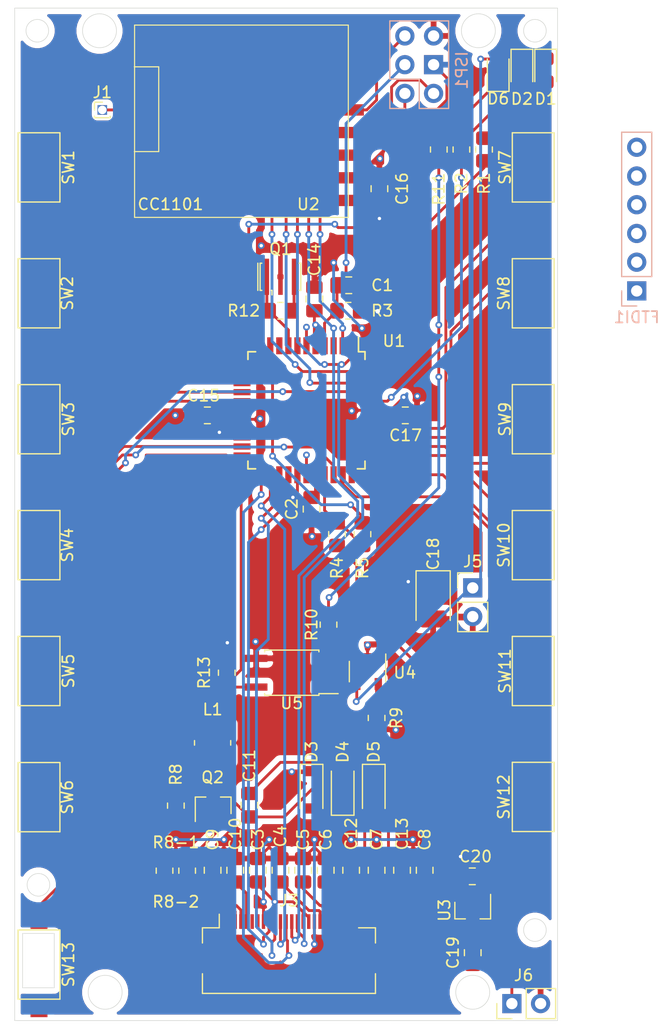
<source format=kicad_pcb>
(kicad_pcb (version 20171130) (host pcbnew "(5.1.9)-1")
  (layers (0 F.Cu signal) (31 B.Cu signal) (34 B.Paste user) (35 F.Paste user) (36 B.SilkS user) (37 F.SilkS user) (38 B.Mask user) (39 F.Mask user) (44 Edge.Cuts user))
  (net 0 "")
  (net 1 "Net-(D1-Pad2)")
  (net 2 GND)
  (net 3 "Net-(D2-Pad2)")
  (net 4 "Net-(C11-Pad2)")
  (net 5 "Net-(C11-Pad1)")
  (net 6 /PREVGH)
  (net 7 /PREVGL)
  (net 8 "Net-(D6-Pad2)")
  (net 9 "Net-(D6-Pad1)")
  (net 10 /DTR)
  (net 11 /TX)
  (net 12 /RX)
  (net 13 +3V0)
  (net 14 "Net-(C8-Pad1)")
  (net 15 "Net-(C7-Pad1)")
  (net 16 "Net-(C6-Pad1)")
  (net 17 "Net-(C5-Pad1)")
  (net 18 "Net-(C4-Pad1)")
  (net 19 /MOSI)
  (net 20 /SCK)
  (net 21 /GX_CS)
  (net 22 /GX_DC)
  (net 23 /GX_RST)
  (net 24 /GX_BSY)
  (net 25 "Net-(J3-Pad7)")
  (net 26 "Net-(J3-Pad6)")
  (net 27 "Net-(C10-Pad1)")
  (net 28 "Net-(C9-Pad1)")
  (net 29 /RESE)
  (net 30 /GDR)
  (net 31 "Net-(J3-Pad1)")
  (net 32 +BATT)
  (net 33 "Net-(Q1-Pad2)")
  (net 34 "Net-(Q1-Pad1)")
  (net 35 /A6)
  (net 36 /A5)
  (net 37 /A4)
  (net 38 /A2)
  (net 39 /A1)
  (net 40 /A0)
  (net 41 /C2)
  (net 42 /A7)
  (net 43 /D7)
  (net 44 /D6)
  (net 45 /D5)
  (net 46 /D4)
  (net 47 /CONF)
  (net 48 /CC1101_CS)
  (net 49 /LED2)
  (net 50 /LED)
  (net 51 /A3)
  (net 52 "Net-(C2-Pad1)")
  (net 53 /SDA)
  (net 54 /SCL)
  (net 55 /D3)
  (net 56 /CC1101_GDO0)
  (net 57 /TXD)
  (net 58 /RXD)
  (net 59 /RESET)
  (net 60 /MISO)
  (net 61 "Net-(U2-Pad6)")
  (net 62 "Net-(J1-Pad1)")
  (net 63 "Net-(R9-Pad1)")
  (net 64 "Net-(R10-Pad1)")
  (net 65 /B_CHARGING)
  (net 66 "Net-(R10-Pad2)")
  (net 67 /INT0)
  (module Package_QFP:TQFP-44_10x10mm_P0.8mm (layer F.Cu) (at 125.8 105.55 270)
    (fp_text reference U1 (at -6.12132 -7.735028 180) (layer F.SilkS))
    (fp_text value ATmega1284P-AU)
    (pad 44 smd rect (at -4 -5.7) (size 1.5 0.55) (layers F.Cu F.Paste F.Mask) (net 48 /CC1101_CS))
    (pad 43 smd rect (at -3.2 -5.7) (size 1.5 0.55) (layers F.Cu F.Paste F.Mask) (net 67 /INT0))
    (pad 42 smd rect (at -2.4 -5.7) (size 1.5 0.55) (layers F.Cu F.Paste F.Mask) (net 56 /CC1101_GDO0))
    (pad 41 smd rect (at -1.6 -5.7) (size 1.5 0.55) (layers F.Cu F.Paste F.Mask) (net 47 /CONF))
    (pad 40 smd rect (at -0.8 -5.7) (size 1.5 0.55) (layers F.Cu F.Paste F.Mask) (net 49 /LED2))
    (pad 39 smd rect (at 0 -5.7) (size 1.5 0.55) (layers F.Cu F.Paste F.Mask) (net 2 GND))
    (pad 38 smd rect (at 0.8 -5.7) (size 1.5 0.55) (layers F.Cu F.Paste F.Mask) (net 13 +3V0))
    (pad 37 smd rect (at 1.6 -5.7) (size 1.5 0.55) (layers F.Cu F.Paste F.Mask) (net 40 /A0))
    (pad 36 smd rect (at 2.4 -5.7) (size 1.5 0.55) (layers F.Cu F.Paste F.Mask) (net 39 /A1))
    (pad 35 smd rect (at 3.2 -5.7) (size 1.5 0.55) (layers F.Cu F.Paste F.Mask) (net 38 /A2))
    (pad 34 smd rect (at 4 -5.7) (size 1.5 0.55) (layers F.Cu F.Paste F.Mask) (net 51 /A3))
    (pad 33 smd rect (at 5.7 -4 270) (size 1.5 0.55) (layers F.Cu F.Paste F.Mask) (net 37 /A4))
    (pad 32 smd rect (at 5.7 -3.2 270) (size 1.5 0.55) (layers F.Cu F.Paste F.Mask) (net 36 /A5))
    (pad 31 smd rect (at 5.7 -2.4 270) (size 1.5 0.55) (layers F.Cu F.Paste F.Mask) (net 35 /A6))
    (pad 30 smd rect (at 5.7 -1.6 270) (size 1.5 0.55) (layers F.Cu F.Paste F.Mask) (net 42 /A7))
    (pad 29 smd rect (at 5.7 -0.8 270) (size 1.5 0.55) (layers F.Cu F.Paste F.Mask) (net 52 "Net-(C2-Pad1)"))
    (pad 28 smd rect (at 5.7 0 270) (size 1.5 0.55) (layers F.Cu F.Paste F.Mask) (net 2 GND))
    (pad 27 smd rect (at 5.7 0.8 270) (size 1.5 0.55) (layers F.Cu F.Paste F.Mask) (net 13 +3V0))
    (pad 26 smd rect (at 5.7 1.6 270) (size 1.5 0.55) (layers F.Cu F.Paste F.Mask) (net 24 /GX_BSY))
    (pad 25 smd rect (at 5.7 2.4 270) (size 1.5 0.55) (layers F.Cu F.Paste F.Mask) (net 23 /GX_RST))
    (pad 24 smd rect (at 5.7 3.2 270) (size 1.5 0.55) (layers F.Cu F.Paste F.Mask) (net 22 /GX_DC))
    (pad 23 smd rect (at 5.7 4 270) (size 1.5 0.55) (layers F.Cu F.Paste F.Mask) (net 21 /GX_CS))
    (pad 22 smd rect (at 4 5.7) (size 1.5 0.55) (layers F.Cu F.Paste F.Mask) (net 65 /B_CHARGING))
    (pad 21 smd rect (at 3.2 5.7) (size 1.5 0.55) (layers F.Cu F.Paste F.Mask) (net 41 /C2))
    (pad 20 smd rect (at 2.4 5.7) (size 1.5 0.55) (layers F.Cu F.Paste F.Mask) (net 53 /SDA))
    (pad 19 smd rect (at 1.6 5.7) (size 1.5 0.55) (layers F.Cu F.Paste F.Mask) (net 54 /SCL))
    (pad 18 smd rect (at 0.8 5.7) (size 1.5 0.55) (layers F.Cu F.Paste F.Mask) (net 2 GND))
    (pad 17 smd rect (at 0 5.7) (size 1.5 0.55) (layers F.Cu F.Paste F.Mask) (net 13 +3V0))
    (pad 16 smd rect (at -0.8 5.7) (size 1.5 0.55) (layers F.Cu F.Paste F.Mask) (net 43 /D7))
    (pad 15 smd rect (at -1.6 5.7) (size 1.5 0.55) (layers F.Cu F.Paste F.Mask) (net 44 /D6))
    (pad 14 smd rect (at -2.4 5.7) (size 1.5 0.55) (layers F.Cu F.Paste F.Mask) (net 45 /D5))
    (pad 13 smd rect (at -3.2 5.7) (size 1.5 0.55) (layers F.Cu F.Paste F.Mask) (net 46 /D4))
    (pad 12 smd rect (at -4 5.7) (size 1.5 0.55) (layers F.Cu F.Paste F.Mask) (net 55 /D3))
    (pad 11 smd rect (at -5.7 4 270) (size 1.5 0.55) (layers F.Cu F.Paste F.Mask) (net 50 /LED))
    (pad 10 smd rect (at -5.7 3.2 270) (size 1.5 0.55) (layers F.Cu F.Paste F.Mask) (net 57 /TXD))
    (pad 9 smd rect (at -5.7 2.4 270) (size 1.5 0.55) (layers F.Cu F.Paste F.Mask) (net 58 /RXD))
    (pad 8 smd rect (at -5.7 1.6 270) (size 1.5 0.55) (layers F.Cu F.Paste F.Mask) (net 34 "Net-(Q1-Pad1)"))
    (pad 7 smd rect (at -5.7 0.8 270) (size 1.5 0.55) (layers F.Cu F.Paste F.Mask) (net 33 "Net-(Q1-Pad2)"))
    (pad 6 smd rect (at -5.7 0 270) (size 1.5 0.55) (layers F.Cu F.Paste F.Mask) (net 2 GND))
    (pad 5 smd rect (at -5.7 -0.8 270) (size 1.5 0.55) (layers F.Cu F.Paste F.Mask) (net 13 +3V0))
    (pad 4 smd rect (at -5.7 -1.6 270) (size 1.5 0.55) (layers F.Cu F.Paste F.Mask) (net 59 /RESET))
    (pad 3 smd rect (at -5.7 -2.4 270) (size 1.5 0.55) (layers F.Cu F.Paste F.Mask) (net 20 /SCK))
    (pad 2 smd rect (at -5.7 -3.2 270) (size 1.5 0.55) (layers F.Cu F.Paste F.Mask) (net 60 /MISO))
    (pad 1 smd rect (at -5.7 -4 270) (size 1.5 0.55) (layers F.Cu F.Paste F.Mask) (net 19 /MOSI))
  )
  (module Resistor_SMD:R_0805_2012Metric_Pad1.20x1.40mm_HandSolder (layer F.Cu) (at 114.25 140.5 90)
    (fp_text reference R8 (at 2.75 0 90) (layer F.SilkS))
    (fp_text value 100k)
    (pad 2 smd roundrect (at 1 0 90) (size 1.2 1.4) (layers F.Cu F.Paste F.Mask) (roundrect_rratio 0.208333) (net 2 GND))
    (pad 1 smd roundrect (at -1 0 90) (size 1.2 1.4) (layers F.Cu F.Paste F.Mask) (roundrect_rratio 0.208333) (net 30 /GDR))
  )
  (module Resistor_SMD:R_0805_2012Metric_Pad1.20x1.40mm_HandSolder (layer F.Cu) (at 113.25 146.25 90)
    (fp_text reference R8-2 (at -2.75 1 180) (layer F.SilkS))
    (fp_text value 1)
    (pad 2 smd roundrect (at 1 0 90) (size 1.2 1.4) (layers F.Cu F.Paste F.Mask) (roundrect_rratio 0.208333) (net 2 GND))
    (pad 1 smd roundrect (at -1 0 90) (size 1.2 1.4) (layers F.Cu F.Paste F.Mask) (roundrect_rratio 0.208333) (net 29 /RESE))
  )
  (module Capacitor_SMD:C_0805_2012Metric_Pad1.18x1.45mm_HandSolder (layer F.Cu) (at 123.5 146.2125 90)
    (fp_text reference C4 (at 3 0 90) (layer F.SilkS))
    (fp_text value 1µF/25V)
    (pad 2 smd roundrect (at 1.0375 0 90) (size 1.175 1.45) (layers F.Cu F.Paste F.Mask) (roundrect_rratio 0.212766) (net 2 GND))
    (pad 1 smd roundrect (at -1.0375 0 90) (size 1.175 1.45) (layers F.Cu F.Paste F.Mask) (roundrect_rratio 0.212766) (net 18 "Net-(C4-Pad1)"))
  )
  (module Diode_SMD:D_SOD-123 (layer F.Cu) (at 131.75 139.1 270)
    (fp_text reference D5 (at -3.35 0 90) (layer F.SilkS))
    (fp_text value MBR0530)
    (pad 2 smd rect (at 1.65 0 270) (size 0.9 1.2) (layers F.Cu F.Paste F.Mask) (net 7 /PREVGL))
    (pad 1 smd rect (at -1.65 0 270) (size 0.9 1.2) (layers F.Cu F.Paste F.Mask) (net 4 "Net-(C11-Pad2)"))
  )
  (module Diode_SMD:D_SOD-123 (layer F.Cu) (at 129 139.1 90)
    (fp_text reference D4 (at 3.35 0 90) (layer F.SilkS))
    (fp_text value MBR0530)
    (pad 2 smd rect (at 1.65 0 90) (size 0.9 1.2) (layers F.Cu F.Paste F.Mask) (net 5 "Net-(C11-Pad1)"))
    (pad 1 smd rect (at -1.65 0 90) (size 0.9 1.2) (layers F.Cu F.Paste F.Mask) (net 6 /PREVGH))
  )
  (module Connector_FFC-FPC:Hirose_FH12-24S-0.5SH_1x24-1MP_P0.50mm_Horizontal (layer F.Cu) (at 124.25 152.6)
    (fp_text reference J3 (at 0 -3.7) (layer F.SilkS))
    (fp_text value eInk)
    (pad 24 smd rect (at 5.75 -1.85) (size 0.3 1.3) (layers F.Cu F.Paste F.Mask) (net 14 "Net-(C8-Pad1)"))
    (pad 23 smd rect (at 5.25 -1.85) (size 0.3 1.3) (layers F.Cu F.Paste F.Mask) (net 7 /PREVGL))
    (pad 22 smd rect (at 4.75 -1.85) (size 0.3 1.3) (layers F.Cu F.Paste F.Mask) (net 15 "Net-(C7-Pad1)"))
    (pad 21 smd rect (at 4.25 -1.85) (size 0.3 1.3) (layers F.Cu F.Paste F.Mask) (net 6 /PREVGH))
    (pad 20 smd rect (at 3.75 -1.85) (size 0.3 1.3) (layers F.Cu F.Paste F.Mask) (net 16 "Net-(C6-Pad1)"))
    (pad 19 smd rect (at 3.25 -1.85) (size 0.3 1.3) (layers F.Cu F.Paste F.Mask) (net 17 "Net-(C5-Pad1)"))
    (pad 18 smd rect (at 2.75 -1.85) (size 0.3 1.3) (layers F.Cu F.Paste F.Mask) (net 18 "Net-(C4-Pad1)"))
    (pad 17 smd rect (at 2.25 -1.85) (size 0.3 1.3) (layers F.Cu F.Paste F.Mask) (net 2 GND))
    (pad 16 smd rect (at 1.75 -1.85) (size 0.3 1.3) (layers F.Cu F.Paste F.Mask) (net 13 +3V0))
    (pad 15 smd rect (at 1.25 -1.85) (size 0.3 1.3) (layers F.Cu F.Paste F.Mask) (net 13 +3V0))
    (pad 14 smd rect (at 0.75 -1.85) (size 0.3 1.3) (layers F.Cu F.Paste F.Mask) (net 19 /MOSI))
    (pad 13 smd rect (at 0.25 -1.85) (size 0.3 1.3) (layers F.Cu F.Paste F.Mask) (net 20 /SCK))
    (pad 12 smd rect (at -0.25 -1.85) (size 0.3 1.3) (layers F.Cu F.Paste F.Mask) (net 21 /GX_CS))
    (pad 11 smd rect (at -0.75 -1.85) (size 0.3 1.3) (layers F.Cu F.Paste F.Mask) (net 22 /GX_DC))
    (pad 10 smd rect (at -1.25 -1.85) (size 0.3 1.3) (layers F.Cu F.Paste F.Mask) (net 23 /GX_RST))
    (pad 9 smd rect (at -1.75 -1.85) (size 0.3 1.3) (layers F.Cu F.Paste F.Mask) (net 24 /GX_BSY))
    (pad 8 smd rect (at -2.25 -1.85) (size 0.3 1.3) (layers F.Cu F.Paste F.Mask) (net 2 GND))
    (pad 7 smd rect (at -2.75 -1.85) (size 0.3 1.3) (layers F.Cu F.Paste F.Mask) (net 25 "Net-(J3-Pad7)"))
    (pad 6 smd rect (at -3.25 -1.85) (size 0.3 1.3) (layers F.Cu F.Paste F.Mask) (net 26 "Net-(J3-Pad6)"))
    (pad 5 smd rect (at -3.75 -1.85) (size 0.3 1.3) (layers F.Cu F.Paste F.Mask) (net 27 "Net-(C10-Pad1)"))
    (pad 4 smd rect (at -4.25 -1.85) (size 0.3 1.3) (layers F.Cu F.Paste F.Mask) (net 28 "Net-(C9-Pad1)"))
    (pad 3 smd rect (at -4.75 -1.85) (size 0.3 1.3) (layers F.Cu F.Paste F.Mask) (net 29 /RESE))
    (pad 2 smd rect (at -5.25 -1.85) (size 0.3 1.3) (layers F.Cu F.Paste F.Mask) (net 30 /GDR))
    (pad 1 smd rect (at -5.75 -1.85) (size 0.3 1.3) (layers F.Cu F.Paste F.Mask) (net 31 "Net-(J3-Pad1)"))
    (pad MP smd rect (at -7.65 1.4) (size 1.8 2.2) (layers F.Cu F.Paste F.Mask))
    (pad MP smd rect (at 7.65 1.4) (size 1.8 2.2) (layers F.Cu F.Paste F.Mask))
  )
  (module Resistor_SMD:R_0805_2012Metric_Pad1.20x1.40mm_HandSolder (layer F.Cu) (at 123.5 96.75)
    (fp_text reference R12 (at -3.25 0) (layer F.SilkS))
    (fp_text value 1M)
    (pad 2 smd roundrect (at 1 0) (size 1.2 1.4) (layers F.Cu F.Paste F.Mask) (roundrect_rratio 0.208333) (net 33 "Net-(Q1-Pad2)"))
    (pad 1 smd roundrect (at -1 0) (size 1.2 1.4) (layers F.Cu F.Paste F.Mask) (roundrect_rratio 0.208333) (net 34 "Net-(Q1-Pad1)"))
  )
  (module Package_SO:SO-4_4.4x3.6mm_P2.54mm (layer F.Cu) (at 124.5 128.75 180)
    (fp_text reference U5 (at 0 -2.7) (layer F.SilkS))
    (fp_text value PC357)
    (pad 4 smd rect (at 3.15 -1.27 180) (size 2 0.64) (layers F.Cu F.Paste F.Mask) (net 65 /B_CHARGING))
    (pad 3 smd rect (at 3.15 1.27 180) (size 2 0.64) (layers F.Cu F.Paste F.Mask) (net 2 GND))
    (pad 2 smd rect (at -3.15 1.27 180) (size 2 0.64) (layers F.Cu F.Paste F.Mask) (net 66 "Net-(R10-Pad2)"))
    (pad 1 smd rect (at -3.15 -1.27 180) (size 2 0.64) (layers F.Cu F.Paste F.Mask) (net 8 "Net-(D6-Pad2)"))
  )
  (module Package_TO_SOT_SMD:SOT-23-5 (layer F.Cu) (at 131.2 128.65 270)
    (fp_text reference U4 (at 0.1 -3.3 180) (layer F.SilkS))
    (fp_text value MCP73831T-2ACI/OT)
    (pad 5 smd rect (at 1.1 -0.95 270) (size 1.06 0.65) (layers F.Cu F.Paste F.Mask) (net 63 "Net-(R9-Pad1)"))
    (pad 4 smd rect (at 1.1 0.95 270) (size 1.06 0.65) (layers F.Cu F.Paste F.Mask) (net 8 "Net-(D6-Pad2)"))
    (pad 3 smd rect (at -1.1 0.95 270) (size 1.06 0.65) (layers F.Cu F.Paste F.Mask) (net 32 +BATT))
    (pad 2 smd rect (at -1.1 0 270) (size 1.06 0.65) (layers F.Cu F.Paste F.Mask) (net 2 GND))
    (pad 1 smd rect (at -1.1 -0.95 270) (size 1.06 0.65) (layers F.Cu F.Paste F.Mask) (net 64 "Net-(R10-Pad1)"))
  )
  (module Package_TO_SOT_SMD:SOT-23 (layer F.Cu) (at 140.5 149.75 270)
    (fp_text reference U3 (at 0 2.5 270) (layer F.SilkS))
    (fp_text value "MCP 1700T-3002E")
    (pad 3 smd rect (at 1 0 270) (size 0.9 0.8) (layers F.Cu F.Paste F.Mask) (net 32 +BATT))
    (pad 2 smd rect (at -1 0.95 270) (size 0.9 0.8) (layers F.Cu F.Paste F.Mask) (net 13 +3V0))
    (pad 1 smd rect (at -1 -0.95 270) (size 0.9 0.8) (layers F.Cu F.Paste F.Mask) (net 2 GND))
  )
  (module CC1101_module:CC1101_SMD (layer F.Cu) (at 129.5 87 180)
    (fp_text reference U2 (at 3.533 -0.342) (layer F.SilkS))
    (fp_text value CC1101 (at 15.725 -0.342) (layer F.SilkS))
    (pad 8 smd rect (at 0 14 180) (size 2.75 1) (layers F.Cu F.Paste F.Mask) (net 48 /CC1101_CS))
    (pad 7 smd rect (at 0 12 180) (size 2.75 1) (layers F.Cu F.Paste F.Mask) (net 56 /CC1101_GDO0))
    (pad 6 smd rect (at 0 10 180) (size 2.75 1) (layers F.Cu F.Paste F.Mask) (net 61 "Net-(U2-Pad6)"))
    (pad 11 smd rect (at 18.9 10.5 180) (size 2.75 1) (layers F.Cu F.Paste F.Mask) (net 2 GND))
    (pad 5 smd rect (at 0 8 180) (size 2.75 1) (layers F.Cu F.Paste F.Mask) (net 19 /MOSI))
    (pad 9 smd rect (at 18.9 8 180) (size 2.75 1) (layers F.Cu F.Paste F.Mask) (net 62 "Net-(J1-Pad1)"))
    (pad 4 smd rect (at 0 6 180) (size 2.75 1) (layers F.Cu F.Paste F.Mask) (net 20 /SCK))
    (pad 10 smd rect (at 18.9 5.6 180) (size 2.75 1) (layers F.Cu F.Paste F.Mask) (net 2 GND))
    (pad 3 smd rect (at 0 4 180) (size 2.75 1) (layers F.Cu F.Paste F.Mask) (net 60 /MISO))
    (pad 2 smd rect (at 0 2 180) (size 2.75 1) (layers F.Cu F.Paste F.Mask) (net 2 GND))
    (pad 1 smd rect (at 0 0 180) (size 2.75 1) (layers F.Cu F.Paste F.Mask) (net 13 +3V0))
  )
  (module Button_Switch_SMD:SW_SPST_CK_RS282G05A3 (layer F.Cu) (at 102.15 154.55 90)
    (fp_text reference SW13 (at 0 2.6 90) (layer F.SilkS))
    (fp_text value SW_Push)
    (pad 2 smd rect (at 3.9 0 90) (size 1.5 1.5) (layers F.Cu F.Paste F.Mask) (net 47 /CONF))
    (pad 1 smd rect (at -3.9 0 90) (size 1.5 1.5) (layers F.Cu F.Paste F.Mask) (net 2 GND))
  )
  (module Button_Switch_SMD:SW_SPST_CK_RS282G05A3 (layer F.Cu) (at 145.85 139.73 90)
    (fp_text reference SW12 (at 0 -2.6 90) (layer F.SilkS))
    (fp_text value SW_Push)
    (pad 2 smd rect (at 3.9 0 90) (size 1.5 1.5) (layers F.Cu F.Paste F.Mask) (net 36 /A5))
    (pad 1 smd rect (at -3.9 0 90) (size 1.5 1.5) (layers F.Cu F.Paste F.Mask) (net 2 GND))
  )
  (module Button_Switch_SMD:SW_SPST_CK_RS282G05A3 (layer F.Cu) (at 145.85 128.6 270)
    (fp_text reference SW11 (at 0 2.5 90) (layer F.SilkS))
    (fp_text value SW_Push)
    (pad 2 smd rect (at 3.9 0 270) (size 1.5 1.5) (layers F.Cu F.Paste F.Mask) (net 37 /A4))
    (pad 1 smd rect (at -3.9 0 270) (size 1.5 1.5) (layers F.Cu F.Paste F.Mask) (net 2 GND))
  )
  (module Button_Switch_SMD:SW_SPST_CK_RS282G05A3 (layer F.Cu) (at 145.85 117.47 90)
    (fp_text reference SW10 (at 0 -2.6 90) (layer F.SilkS))
    (fp_text value SW_Push)
    (pad 2 smd rect (at 3.9 0 90) (size 1.5 1.5) (layers F.Cu F.Paste F.Mask) (net 51 /A3))
    (pad 1 smd rect (at -3.9 0 90) (size 1.5 1.5) (layers F.Cu F.Paste F.Mask) (net 2 GND))
  )
  (module Button_Switch_SMD:SW_SPST_CK_RS282G05A3 (layer F.Cu) (at 145.85 106.34 270)
    (fp_text reference SW9 (at 0 2.5 90) (layer F.SilkS))
    (fp_text value SW_Push)
    (pad 2 smd rect (at 3.9 0 270) (size 1.5 1.5) (layers F.Cu F.Paste F.Mask) (net 38 /A2))
    (pad 1 smd rect (at -3.9 0 270) (size 1.5 1.5) (layers F.Cu F.Paste F.Mask) (net 2 GND))
  )
  (module Button_Switch_SMD:SW_SPST_CK_RS282G05A3 (layer F.Cu) (at 145.85 95.21 90)
    (fp_text reference SW8 (at 0 -2.6 90) (layer F.SilkS))
    (fp_text value SW_Push)
    (pad 2 smd rect (at 3.9 0 90) (size 1.5 1.5) (layers F.Cu F.Paste F.Mask) (net 39 /A1))
    (pad 1 smd rect (at -3.9 0 90) (size 1.5 1.5) (layers F.Cu F.Paste F.Mask) (net 2 GND))
  )
  (module Button_Switch_SMD:SW_SPST_CK_RS282G05A3 (layer F.Cu) (at 145.85 84.08 270)
    (fp_text reference SW7 (at 0 2.5 90) (layer F.SilkS))
    (fp_text value SW_Push)
    (pad 2 smd rect (at 3.9 0 270) (size 1.5 1.5) (layers F.Cu F.Paste F.Mask) (net 40 /A0))
    (pad 1 smd rect (at -3.9 0 270) (size 1.5 1.5) (layers F.Cu F.Paste F.Mask) (net 2 GND))
  )
  (module Button_Switch_SMD:SW_SPST_CK_RS282G05A3 (layer F.Cu) (at 102.15 139.75 90)
    (fp_text reference SW6 (at 0 2.5 90) (layer F.SilkS))
    (fp_text value SW_Push)
    (pad 2 smd rect (at 3.9 0 90) (size 1.5 1.5) (layers F.Cu F.Paste F.Mask) (net 35 /A6))
    (pad 1 smd rect (at -3.9 0 90) (size 1.5 1.5) (layers F.Cu F.Paste F.Mask) (net 2 GND))
  )
  (module Button_Switch_SMD:SW_SPST_CK_RS282G05A3 (layer F.Cu) (at 102.15 128.6 270)
    (fp_text reference SW5 (at 0 -2.6 90) (layer F.SilkS))
    (fp_text value SW_Push)
    (pad 2 smd rect (at 3.9 0 270) (size 1.5 1.5) (layers F.Cu F.Paste F.Mask) (net 41 /C2))
    (pad 1 smd rect (at -3.9 0 270) (size 1.5 1.5) (layers F.Cu F.Paste F.Mask) (net 2 GND))
  )
  (module Button_Switch_SMD:SW_SPST_CK_RS282G05A3 (layer F.Cu) (at 102.15 117.47 90)
    (fp_text reference SW4 (at 0 2.5 90) (layer F.SilkS))
    (fp_text value SW_Push)
    (pad 2 smd rect (at 3.9 0 90) (size 1.5 1.5) (layers F.Cu F.Paste F.Mask) (net 43 /D7))
    (pad 1 smd rect (at -3.9 0 90) (size 1.5 1.5) (layers F.Cu F.Paste F.Mask) (net 2 GND))
  )
  (module Button_Switch_SMD:SW_SPST_CK_RS282G05A3 (layer F.Cu) (at 102.15 106.34 270)
    (fp_text reference SW3 (at 0 -2.6 90) (layer F.SilkS))
    (fp_text value SW_Push)
    (pad 2 smd rect (at 3.9 0 270) (size 1.5 1.5) (layers F.Cu F.Paste F.Mask) (net 44 /D6))
    (pad 1 smd rect (at -3.9 0 270) (size 1.5 1.5) (layers F.Cu F.Paste F.Mask) (net 2 GND))
  )
  (module Button_Switch_SMD:SW_SPST_CK_RS282G05A3 (layer F.Cu) (at 102.15 95.21 90)
    (fp_text reference SW2 (at 0 2.5 90) (layer F.SilkS))
    (fp_text value SW_Push)
    (pad 2 smd rect (at 3.9 0 90) (size 1.5 1.5) (layers F.Cu F.Paste F.Mask) (net 45 /D5))
    (pad 1 smd rect (at -3.9 0 90) (size 1.5 1.5) (layers F.Cu F.Paste F.Mask) (net 2 GND))
  )
  (module Button_Switch_SMD:SW_SPST_CK_RS282G05A3 (layer F.Cu) (at 102.15 84.08 270)
    (fp_text reference SW1 (at 0 -2.6 90) (layer F.SilkS))
    (fp_text value SW_Push)
    (pad 2 smd rect (at 3.9 0 270) (size 1.5 1.5) (layers F.Cu F.Paste F.Mask) (net 46 /D4))
    (pad 1 smd rect (at -3.9 0 270) (size 1.5 1.5) (layers F.Cu F.Paste F.Mask) (net 2 GND))
  )
  (module Resistor_SMD:R_0805_2012Metric_Pad1.20x1.40mm_HandSolder (layer F.Cu) (at 115.25 146.25 90)
    (fp_text reference R8-1 (at 2.5 -1 180) (layer F.SilkS))
    (fp_text value 1)
    (pad 2 smd roundrect (at 1 0 90) (size 1.2 1.4) (layers F.Cu F.Paste F.Mask) (roundrect_rratio 0.208333) (net 2 GND))
    (pad 1 smd roundrect (at -1 0 90) (size 1.2 1.4) (layers F.Cu F.Paste F.Mask) (roundrect_rratio 0.208333) (net 29 /RESE))
  )
  (module Resistor_SMD:R_0805_2012Metric_Pad1.20x1.40mm_HandSolder (layer F.Cu) (at 118.75 128.75 270)
    (fp_text reference R13 (at 0 2 90) (layer F.SilkS))
    (fp_text value 100k)
    (pad 2 smd roundrect (at 1 0 270) (size 1.2 1.4) (layers F.Cu F.Paste F.Mask) (roundrect_rratio 0.208333) (net 65 /B_CHARGING))
    (pad 1 smd roundrect (at -1 0 270) (size 1.2 1.4) (layers F.Cu F.Paste F.Mask) (roundrect_rratio 0.208333) (net 13 +3V0))
  )
  (module Resistor_SMD:R_0805_2012Metric_Pad1.20x1.40mm_HandSolder (layer F.Cu) (at 137.5 82.5 90)
    (fp_text reference R11 (at -3.5 0 90) (layer F.SilkS))
    (fp_text value 1k)
    (pad 2 smd roundrect (at 1 0 90) (size 1.2 1.4) (layers F.Cu F.Paste F.Mask) (roundrect_rratio 0.208333) (net 9 "Net-(D6-Pad1)"))
    (pad 1 smd roundrect (at -1 0 90) (size 1.2 1.4) (layers F.Cu F.Paste F.Mask) (roundrect_rratio 0.208333) (net 64 "Net-(R10-Pad1)"))
  )
  (module Resistor_SMD:R_0805_2012Metric_Pad1.20x1.40mm_HandSolder (layer F.Cu) (at 127.75 124.5 270)
    (fp_text reference R10 (at 0 1.5 90) (layer F.SilkS))
    (fp_text value 680)
    (pad 2 smd roundrect (at 1 0 270) (size 1.2 1.4) (layers F.Cu F.Paste F.Mask) (roundrect_rratio 0.208333) (net 66 "Net-(R10-Pad2)"))
    (pad 1 smd roundrect (at -1 0 270) (size 1.2 1.4) (layers F.Cu F.Paste F.Mask) (roundrect_rratio 0.208333) (net 64 "Net-(R10-Pad1)"))
  )
  (module Resistor_SMD:R_0805_2012Metric_Pad1.20x1.40mm_HandSolder (layer F.Cu) (at 132 132.75 270)
    (fp_text reference R9 (at 0 -1.75 90) (layer F.SilkS))
    (fp_text value 4k7)
    (pad 2 smd roundrect (at 1 0 270) (size 1.2 1.4) (layers F.Cu F.Paste F.Mask) (roundrect_rratio 0.208333) (net 2 GND))
    (pad 1 smd roundrect (at -1 0 270) (size 1.2 1.4) (layers F.Cu F.Paste F.Mask) (roundrect_rratio 0.208333) (net 63 "Net-(R9-Pad1)"))
  )
  (module Resistor_SMD:R_0805_2012Metric_Pad1.20x1.40mm_HandSolder (layer F.Cu) (at 130.75 116.5 90)
    (fp_text reference R5 (at -3 0 90) (layer F.SilkS))
    (fp_text value 100k)
    (pad 2 smd roundrect (at 1 0 90) (size 1.2 1.4) (layers F.Cu F.Paste F.Mask) (roundrect_rratio 0.208333) (net 55 /D3))
    (pad 1 smd roundrect (at -1 0 90) (size 1.2 1.4) (layers F.Cu F.Paste F.Mask) (roundrect_rratio 0.208333) (net 42 /A7))
  )
  (module Resistor_SMD:R_0805_2012Metric_Pad1.20x1.40mm_HandSolder (layer F.Cu) (at 128.5 116.5 90)
    (fp_text reference R4 (at -3 0 90) (layer F.SilkS))
    (fp_text value 470k)
    (pad 2 smd roundrect (at 1 0 90) (size 1.2 1.4) (layers F.Cu F.Paste F.Mask) (roundrect_rratio 0.208333) (net 42 /A7))
    (pad 1 smd roundrect (at -1 0 90) (size 1.2 1.4) (layers F.Cu F.Paste F.Mask) (roundrect_rratio 0.208333) (net 32 +BATT))
  )
  (module Resistor_SMD:R_0805_2012Metric_Pad1.20x1.40mm_HandSolder (layer F.Cu) (at 129.5 96.75 180)
    (fp_text reference R3 (at -3 0) (layer F.SilkS))
    (fp_text value 10k)
    (pad 2 smd roundrect (at 1 0 180) (size 1.2 1.4) (layers F.Cu F.Paste F.Mask) (roundrect_rratio 0.208333) (net 59 /RESET))
    (pad 1 smd roundrect (at -1 0 180) (size 1.2 1.4) (layers F.Cu F.Paste F.Mask) (roundrect_rratio 0.208333) (net 13 +3V0))
  )
  (module Resistor_SMD:R_0805_2012Metric_Pad1.20x1.40mm_HandSolder (layer F.Cu) (at 139.5 82.5 90)
    (fp_text reference R2 (at -3 0 90) (layer F.SilkS))
    (fp_text value 1,5k)
    (pad 2 smd roundrect (at 1 0 90) (size 1.2 1.4) (layers F.Cu F.Paste F.Mask) (roundrect_rratio 0.208333) (net 3 "Net-(D2-Pad2)"))
    (pad 1 smd roundrect (at -1 0 90) (size 1.2 1.4) (layers F.Cu F.Paste F.Mask) (roundrect_rratio 0.208333) (net 49 /LED2))
  )
  (module Resistor_SMD:R_0805_2012Metric_Pad1.20x1.40mm_HandSolder (layer F.Cu) (at 141.5 82.5 90)
    (fp_text reference R1 (at -3 0 90) (layer F.SilkS))
    (fp_text value 1,5k)
    (pad 2 smd roundrect (at 1 0 90) (size 1.2 1.4) (layers F.Cu F.Paste F.Mask) (roundrect_rratio 0.208333) (net 1 "Net-(D1-Pad2)"))
    (pad 1 smd roundrect (at -1 0 90) (size 1.2 1.4) (layers F.Cu F.Paste F.Mask) (roundrect_rratio 0.208333) (net 50 /LED))
  )
  (module Package_TO_SOT_SMD:SOT-23 (layer F.Cu) (at 117.55 140.5 90)
    (fp_text reference Q2 (at 2.5 -0.05) (layer F.SilkS))
    (fp_text value IRLML6346TRBPF)
    (pad 3 smd rect (at 1 0 90) (size 0.9 0.8) (layers F.Cu F.Paste F.Mask) (net 5 "Net-(C11-Pad1)"))
    (pad 2 smd rect (at -1 0.95 90) (size 0.9 0.8) (layers F.Cu F.Paste F.Mask) (net 29 /RESE))
    (pad 1 smd rect (at -1 -0.95 90) (size 0.9 0.8) (layers F.Cu F.Paste F.Mask) (net 30 /GDR))
  )
  (module Crystal:Resonator_SMD_muRata_CSTxExxV-3Pin_3.0x1.1mm_HandSoldering (layer F.Cu) (at 123.5 93.75)
    (fp_text reference Q1 (at 0 -2.45) (layer F.SilkS))
    (fp_text value CSTCE8)
    (pad 3 smd rect (at 1.2 0) (size 0.4 3.2) (layers F.Cu F.Paste F.Mask) (net 33 "Net-(Q1-Pad2)"))
    (pad 2 smd rect (at 0 0) (size 0.4 3.2) (layers F.Cu F.Paste F.Mask) (net 2 GND))
    (pad 1 smd rect (at -1.2 0) (size 0.4 3.2) (layers F.Cu F.Paste F.Mask) (net 34 "Net-(Q1-Pad1)"))
  )
  (module Inductor_SMD:L_Wuerth_MAPI-3012 (layer F.Cu) (at 117.5 134.95 270)
    (fp_text reference L1 (at -2.95 0) (layer F.SilkS))
    (fp_text value 68µH)
    (pad 2 smd rect (at 1.05 0 270) (size 1.3 3.4) (layers F.Cu F.Paste F.Mask) (net 5 "Net-(C11-Pad1)"))
    (pad 1 smd rect (at -1.05 0 270) (size 1.3 3.4) (layers F.Cu F.Paste F.Mask) (net 13 +3V0))
  )
  (module Connector_PinHeader_2.54mm:PinHeader_1x02_P2.54mm_Vertical (layer F.Cu) (at 143.96 158 90)
    (fp_text reference J6 (at 2.5 1.04 180) (layer F.SilkS))
    (fp_text value Batt)
    (pad 2 thru_hole oval (at 0 2.54 90) (size 1.7 1.7) (drill 1) (layers *.Cu *.Mask) (net 2 GND))
    (pad 1 thru_hole rect (at 0 0 90) (size 1.7 1.7) (drill 1) (layers *.Cu *.Mask) (net 32 +BATT))
  )
  (module Connector_PinHeader_2.54mm:PinHeader_1x02_P2.54mm_Vertical (layer F.Cu) (at 140.5 121.25)
    (fp_text reference J5 (at 0 -2.33) (layer F.SilkS))
    (fp_text value Power)
    (pad 2 thru_hole oval (at 0 2.54) (size 1.7 1.7) (drill 1) (layers *.Cu *.Mask) (net 2 GND))
    (pad 1 thru_hole rect (at 0 0) (size 1.7 1.7) (drill 1) (layers *.Cu *.Mask) (net 8 "Net-(D6-Pad2)"))
  )
  (module Connector_PinHeader_1.00mm:PinHeader_1x01_P1.00mm_Vertical (layer F.Cu) (at 107.75 79)
    (fp_text reference J1 (at 0 -1.56) (layer F.SilkS))
    (fp_text value Ant)
    (pad 1 thru_hole rect (at 0 0) (size 0.85 0.85) (drill 0.75) (layers *.Cu *.Mask) (net 62 "Net-(J1-Pad1)"))
  )
  (module Connector_PinHeader_2.54mm:PinHeader_2x03_P2.54mm_Vertical (layer B.Cu) (at 134.5 77.54)
    (fp_text reference ISP1 (at 5.04 -2.04 90) (layer B.SilkS) (effects (justify mirror)))
    (fp_text value ISP)
    (pad 6 thru_hole oval (at 2.54 -5.08) (size 1.7 1.7) (drill 1) (layers *.Cu *.Mask) (net 2 GND))
    (pad 5 thru_hole oval (at 0 -5.08) (size 1.7 1.7) (drill 1) (layers *.Cu *.Mask) (net 19 /MOSI))
    (pad 4 thru_hole rect (at 2.54 -2.54) (size 1.7 1.7) (drill 1) (layers *.Cu *.Mask) (net 13 +3V0))
    (pad 3 thru_hole oval (at 0 -2.54) (size 1.7 1.7) (drill 1) (layers *.Cu *.Mask) (net 59 /RESET))
    (pad 2 thru_hole oval (at 2.54 0) (size 1.7 1.7) (drill 1) (layers *.Cu *.Mask) (net 20 /SCK))
    (pad 1 thru_hole oval (at 0 0) (size 1.7 1.7) (drill 1) (layers *.Cu *.Mask) (net 60 /MISO))
  )
  (module Connector_PinHeader_2.54mm:PinHeader_1x06_P2.54mm_Vertical (layer B.Cu) (at 155 95)
    (fp_text reference FTDI1 (at 0 2.33) (layer B.SilkS) (effects (justify mirror)))
    (fp_text value FTDI)
    (pad 6 thru_hole oval (at 0 -12.7) (size 1.7 1.7) (drill 1) (layers *.Cu *.Mask) (net 10 /DTR))
    (pad 5 thru_hole oval (at 0 -10.16) (size 1.7 1.7) (drill 1) (layers *.Cu *.Mask) (net 11 /TX))
    (pad 4 thru_hole oval (at 0 -7.62) (size 1.7 1.7) (drill 1) (layers *.Cu *.Mask) (net 12 /RX))
    (pad 3 thru_hole oval (at 0 -5.08) (size 1.7 1.7) (drill 1) (layers *.Cu *.Mask) (net 13 +3V0))
    (pad 2 thru_hole oval (at 0 -2.54) (size 1.7 1.7) (drill 1) (layers *.Cu *.Mask) (net 2 GND))
    (pad 1 thru_hole rect (at 0 0) (size 1.7 1.7) (drill 1) (layers *.Cu *.Mask) (net 2 GND))
  )
  (module LED_SMD:LED_0805_2012Metric_Pad1.15x1.40mm_HandSolder (layer F.Cu) (at 142.75 75.5 90)
    (fp_text reference D6 (at -2.5 0 180) (layer F.SilkS))
    (fp_text value "LED wt")
    (pad 2 smd roundrect (at 1.025 0 90) (size 1.15 1.4) (layers F.Cu F.Paste F.Mask) (roundrect_rratio 0.217391) (net 8 "Net-(D6-Pad2)"))
    (pad 1 smd roundrect (at -1.025 0 90) (size 1.15 1.4) (layers F.Cu F.Paste F.Mask) (roundrect_rratio 0.217391) (net 9 "Net-(D6-Pad1)"))
  )
  (module Diode_SMD:D_SOD-123 (layer F.Cu) (at 126.25 139.1 270)
    (fp_text reference D3 (at -3.35 0 90) (layer F.SilkS))
    (fp_text value MBR0530)
    (pad 2 smd rect (at 1.65 0 270) (size 0.9 1.2) (layers F.Cu F.Paste F.Mask) (net 4 "Net-(C11-Pad2)"))
    (pad 1 smd rect (at -1.65 0 270) (size 0.9 1.2) (layers F.Cu F.Paste F.Mask) (net 2 GND))
  )
  (module LED_SMD:LED_0805_2012Metric_Pad1.15x1.40mm_HandSolder (layer F.Cu) (at 144.85 75.5 270)
    (fp_text reference D2 (at 2.525 0 180) (layer F.SilkS))
    (fp_text value gn)
    (pad 2 smd roundrect (at 1.025 0 270) (size 1.15 1.4) (layers F.Cu F.Paste F.Mask) (roundrect_rratio 0.217391) (net 3 "Net-(D2-Pad2)"))
    (pad 1 smd roundrect (at -1.025 0 270) (size 1.15 1.4) (layers F.Cu F.Paste F.Mask) (roundrect_rratio 0.217391) (net 2 GND))
  )
  (module LED_SMD:LED_0805_2012Metric_Pad1.15x1.40mm_HandSolder (layer F.Cu) (at 146.95 75.495 270)
    (fp_text reference D1 (at 2.525 0 180) (layer F.SilkS))
    (fp_text value "LED rt")
    (pad 2 smd roundrect (at 1.025 0 270) (size 1.15 1.4) (layers F.Cu F.Paste F.Mask) (roundrect_rratio 0.217391) (net 1 "Net-(D1-Pad2)"))
    (pad 1 smd roundrect (at -1.025 0 270) (size 1.15 1.4) (layers F.Cu F.Paste F.Mask) (roundrect_rratio 0.217391) (net 2 GND))
  )
  (module Capacitor_SMD:C_0805_2012Metric_Pad1.18x1.45mm_HandSolder (layer F.Cu) (at 140.4625 146.75)
    (fp_text reference C20 (at 0.2875 -1.75) (layer F.SilkS))
    (fp_text value 10/10)
    (pad 2 smd roundrect (at 1.0375 0) (size 1.175 1.45) (layers F.Cu F.Paste F.Mask) (roundrect_rratio 0.212766) (net 2 GND))
    (pad 1 smd roundrect (at -1.0375 0) (size 1.175 1.45) (layers F.Cu F.Paste F.Mask) (roundrect_rratio 0.212766) (net 13 +3V0))
  )
  (module Capacitor_SMD:C_0805_2012Metric_Pad1.18x1.45mm_HandSolder (layer F.Cu) (at 140.5 153.5 270)
    (fp_text reference C19 (at 0 1.75 270) (layer F.SilkS))
    (fp_text value 10/10)
    (pad 2 smd roundrect (at 1.0375 0 270) (size 1.175 1.45) (layers F.Cu F.Paste F.Mask) (roundrect_rratio 0.212766) (net 2 GND))
    (pad 1 smd roundrect (at -1.0375 0 270) (size 1.175 1.45) (layers F.Cu F.Paste F.Mask) (roundrect_rratio 0.212766) (net 32 +BATT))
  )
  (module Capacitor_Tantalum_SMD:CP_EIA-3528-21_Kemet-B_Pad1.50x2.35mm_HandSolder (layer F.Cu) (at 137 122.375 270)
    (fp_text reference C18 (at -4.125 0 90) (layer F.SilkS))
    (fp_text value 100µ/10V)
    (pad 2 smd roundrect (at 1.625 0 270) (size 1.5 2.35) (layers F.Cu F.Paste F.Mask) (roundrect_rratio 0.166667) (net 2 GND))
    (pad 1 smd roundrect (at -1.625 0 270) (size 1.5 2.35) (layers F.Cu F.Paste F.Mask) (roundrect_rratio 0.166667) (net 13 +3V0))
  )
  (module Capacitor_SMD:C_0805_2012Metric_Pad1.18x1.45mm_HandSolder (layer F.Cu) (at 134.5375 106)
    (fp_text reference C17 (at 0.023161 1.767767) (layer F.SilkS))
    (fp_text value 100n)
    (pad 2 smd roundrect (at 1.0375 0) (size 1.175 1.45) (layers F.Cu F.Paste F.Mask) (roundrect_rratio 0.212766) (net 2 GND))
    (pad 1 smd roundrect (at -1.0375 0) (size 1.175 1.45) (layers F.Cu F.Paste F.Mask) (roundrect_rratio 0.212766) (net 13 +3V0))
  )
  (module Capacitor_SMD:C_0805_2012Metric_Pad1.18x1.45mm_HandSolder (layer F.Cu) (at 132.25 85.9625 90)
    (fp_text reference C16 (at 0 2 270) (layer F.SilkS))
    (fp_text value 100n)
    (pad 2 smd roundrect (at 1.0375 0 90) (size 1.175 1.45) (layers F.Cu F.Paste F.Mask) (roundrect_rratio 0.212766) (net 2 GND))
    (pad 1 smd roundrect (at -1.0375 0 90) (size 1.175 1.45) (layers F.Cu F.Paste F.Mask) (roundrect_rratio 0.212766) (net 13 +3V0))
  )
  (module Capacitor_SMD:C_0805_2012Metric_Pad1.18x1.45mm_HandSolder (layer F.Cu) (at 117.0375 106 180)
    (fp_text reference C15 (at 0.327037 1.74125) (layer F.SilkS))
    (fp_text value 100n)
    (pad 2 smd roundrect (at 1.0375 0 180) (size 1.175 1.45) (layers F.Cu F.Paste F.Mask) (roundrect_rratio 0.212766) (net 2 GND))
    (pad 1 smd roundrect (at -1.0375 0 180) (size 1.175 1.45) (layers F.Cu F.Paste F.Mask) (roundrect_rratio 0.212766) (net 13 +3V0))
  )
  (module Capacitor_SMD:C_0805_2012Metric_Pad1.18x1.45mm_HandSolder (layer F.Cu) (at 126.5 95.7125 90)
    (fp_text reference C14 (at 3.4625 0 90) (layer F.SilkS))
    (fp_text value 100n)
    (pad 2 smd roundrect (at 1.0375 0 90) (size 1.175 1.45) (layers F.Cu F.Paste F.Mask) (roundrect_rratio 0.212766) (net 2 GND))
    (pad 1 smd roundrect (at -1.0375 0 90) (size 1.175 1.45) (layers F.Cu F.Paste F.Mask) (roundrect_rratio 0.212766) (net 13 +3V0))
  )
  (module Capacitor_SMD:C_0805_2012Metric_Pad1.18x1.45mm_HandSolder (layer F.Cu) (at 134.25 146.2125 270)
    (fp_text reference C13 (at -3.2125 0 90) (layer F.SilkS))
    (fp_text value 1µF/50V)
    (pad 2 smd roundrect (at 1.0375 0 270) (size 1.175 1.45) (layers F.Cu F.Paste F.Mask) (roundrect_rratio 0.212766) (net 7 /PREVGL))
    (pad 1 smd roundrect (at -1.0375 0 270) (size 1.175 1.45) (layers F.Cu F.Paste F.Mask) (roundrect_rratio 0.212766) (net 2 GND))
  )
  (module Capacitor_SMD:C_0805_2012Metric_Pad1.18x1.45mm_HandSolder (layer F.Cu) (at 129.75 146.2125 90)
    (fp_text reference C12 (at 3.2125 0 90) (layer F.SilkS))
    (fp_text value 1µF/50V)
    (pad 2 smd roundrect (at 1.0375 0 90) (size 1.175 1.45) (layers F.Cu F.Paste F.Mask) (roundrect_rratio 0.212766) (net 2 GND))
    (pad 1 smd roundrect (at -1.0375 0 90) (size 1.175 1.45) (layers F.Cu F.Paste F.Mask) (roundrect_rratio 0.212766) (net 6 /PREVGH))
  )
  (module Capacitor_SMD:C_0805_2012Metric_Pad1.18x1.45mm_HandSolder (layer F.Cu) (at 120.75 140.4625 90)
    (fp_text reference C11 (at 3.5 0 270) (layer F.SilkS))
    (fp_text value 1µF/50V)
    (pad 2 smd roundrect (at 1.0375 0 90) (size 1.175 1.45) (layers F.Cu F.Paste F.Mask) (roundrect_rratio 0.212766) (net 4 "Net-(C11-Pad2)"))
    (pad 1 smd roundrect (at -1.0375 0 90) (size 1.175 1.45) (layers F.Cu F.Paste F.Mask) (roundrect_rratio 0.212766) (net 5 "Net-(C11-Pad1)"))
  )
  (module Capacitor_SMD:C_0805_2012Metric_Pad1.18x1.45mm_HandSolder (layer F.Cu) (at 119.5 146.2125 90)
    (fp_text reference C10 (at 3.2125 0 90) (layer F.SilkS))
    (fp_text value 1µF/50V)
    (pad 2 smd roundrect (at 1.0375 0 90) (size 1.175 1.45) (layers F.Cu F.Paste F.Mask) (roundrect_rratio 0.212766) (net 2 GND))
    (pad 1 smd roundrect (at -1.0375 0 90) (size 1.175 1.45) (layers F.Cu F.Paste F.Mask) (roundrect_rratio 0.212766) (net 27 "Net-(C10-Pad1)"))
  )
  (module Capacitor_SMD:C_0805_2012Metric_Pad1.18x1.45mm_HandSolder (layer F.Cu) (at 117.5 146.2125 90)
    (fp_text reference C9 (at 2.7125 0 90) (layer F.SilkS))
    (fp_text value 1µF/50V)
    (pad 2 smd roundrect (at 1.0375 0 90) (size 1.175 1.45) (layers F.Cu F.Paste F.Mask) (roundrect_rratio 0.212766) (net 2 GND))
    (pad 1 smd roundrect (at -1.0375 0 90) (size 1.175 1.45) (layers F.Cu F.Paste F.Mask) (roundrect_rratio 0.212766) (net 28 "Net-(C9-Pad1)"))
  )
  (module Capacitor_SMD:C_0805_2012Metric_Pad1.18x1.45mm_HandSolder (layer F.Cu) (at 136.25 146.2125 90)
    (fp_text reference C8 (at 2.7125 0 90) (layer F.SilkS))
    (fp_text value 1µF/25V)
    (pad 2 smd roundrect (at 1.0375 0 90) (size 1.175 1.45) (layers F.Cu F.Paste F.Mask) (roundrect_rratio 0.212766) (net 2 GND))
    (pad 1 smd roundrect (at -1.0375 0 90) (size 1.175 1.45) (layers F.Cu F.Paste F.Mask) (roundrect_rratio 0.212766) (net 14 "Net-(C8-Pad1)"))
  )
  (module Capacitor_SMD:C_0805_2012Metric_Pad1.18x1.45mm_HandSolder (layer F.Cu) (at 132 146.2125 90)
    (fp_text reference C7 (at 2.7125 0 90) (layer F.SilkS))
    (fp_text value 1µF/25V)
    (pad 2 smd roundrect (at 1.0375 0 90) (size 1.175 1.45) (layers F.Cu F.Paste F.Mask) (roundrect_rratio 0.212766) (net 2 GND))
    (pad 1 smd roundrect (at -1.0375 0 90) (size 1.175 1.45) (layers F.Cu F.Paste F.Mask) (roundrect_rratio 0.212766) (net 15 "Net-(C7-Pad1)"))
  )
  (module Capacitor_SMD:C_0805_2012Metric_Pad1.18x1.45mm_HandSolder (layer F.Cu) (at 127.5 146.2125 90)
    (fp_text reference C6 (at 2.7125 0 90) (layer F.SilkS))
    (fp_text value 1µF/25V)
    (pad 2 smd roundrect (at 1.0375 0 90) (size 1.175 1.45) (layers F.Cu F.Paste F.Mask) (roundrect_rratio 0.212766) (net 2 GND))
    (pad 1 smd roundrect (at -1.0375 0 90) (size 1.175 1.45) (layers F.Cu F.Paste F.Mask) (roundrect_rratio 0.212766) (net 16 "Net-(C6-Pad1)"))
  )
  (module Capacitor_SMD:C_0805_2012Metric_Pad1.18x1.45mm_HandSolder (layer F.Cu) (at 125.5 146.2125 90)
    (fp_text reference C5 (at 2.7125 0 90) (layer F.SilkS))
    (fp_text value 1µF/25V)
    (pad 2 smd roundrect (at 1.0375 0 90) (size 1.175 1.45) (layers F.Cu F.Paste F.Mask) (roundrect_rratio 0.212766) (net 2 GND))
    (pad 1 smd roundrect (at -1.0375 0 90) (size 1.175 1.45) (layers F.Cu F.Paste F.Mask) (roundrect_rratio 0.212766) (net 17 "Net-(C5-Pad1)"))
  )
  (module Capacitor_SMD:C_0805_2012Metric_Pad1.18x1.45mm_HandSolder (layer F.Cu) (at 121.5 146.2125 90)
    (fp_text reference C3 (at 2.7125 0 90) (layer F.SilkS))
    (fp_text value 1µF/25V)
    (pad 2 smd roundrect (at 1.0375 0 90) (size 1.175 1.45) (layers F.Cu F.Paste F.Mask) (roundrect_rratio 0.212766) (net 2 GND))
    (pad 1 smd roundrect (at -1.0375 0 90) (size 1.175 1.45) (layers F.Cu F.Paste F.Mask) (roundrect_rratio 0.212766) (net 13 +3V0))
  )
  (module Capacitor_SMD:C_0805_2012Metric_Pad1.18x1.45mm_HandSolder (layer F.Cu) (at 126.25 114.2875 270)
    (fp_text reference C2 (at 0 1.75 90) (layer F.SilkS))
    (fp_text value 100n)
    (pad 2 smd roundrect (at 1.0375 0 270) (size 1.175 1.45) (layers F.Cu F.Paste F.Mask) (roundrect_rratio 0.212766) (net 2 GND))
    (pad 1 smd roundrect (at -1.0375 0 270) (size 1.175 1.45) (layers F.Cu F.Paste F.Mask) (roundrect_rratio 0.212766) (net 52 "Net-(C2-Pad1)"))
  )
  (module Capacitor_SMD:C_0805_2012Metric_Pad1.18x1.45mm_HandSolder (layer F.Cu) (at 129.5375 94.5)
    (fp_text reference C1 (at 2.9625 0) (layer F.SilkS))
    (fp_text value 100n)
    (pad 2 smd roundrect (at 1.0375 0) (size 1.175 1.45) (layers F.Cu F.Paste F.Mask) (roundrect_rratio 0.212766) (net 10 /DTR))
    (pad 1 smd roundrect (at -1.0375 0) (size 1.175 1.45) (layers F.Cu F.Paste F.Mask) (roundrect_rratio 0.212766) (net 59 /RESET))
  )
  (gr_circle (center 141 72) (end 142.5 72) (layer Edge.Cuts) (width 0.05))
  (gr_circle (center 107.5 72) (end 109 72) (layer Edge.Cuts) (width 0.05))
  (gr_circle (center 108 157) (end 109.5 157) (layer Edge.Cuts) (width 0.05))
  (gr_circle (center 140.5 157) (end 142 157) (layer Edge.Cuts) (width 0.05))
  (gr_line (start 115.25 159.5) (end 100 159.5) (layer Edge.Cuts) (width 0.05))
  (gr_line (start 133.25 159.5) (end 148 159.5) (layer Edge.Cuts) (width 0.05))
  (gr_line (start 115.25 159.5) (end 133.25 159.5) (layer Edge.Cuts) (width 0.05))
  (gr_line (start 100.7 156.6) (end 100.7 151.8) (layer Edge.Cuts) (width 0.05))
  (gr_line (start 103.5 156.6) (end 100.7 156.6) (layer Edge.Cuts) (width 0.05))
  (gr_line (start 103.5 151.8) (end 103.5 156.6) (layer Edge.Cuts) (width 0.05))
  (gr_line (start 100.7 151.8) (end 103.5 151.8) (layer Edge.Cuts) (width 0.05))
  (gr_circle (center 102.1 147.5) (end 103.1 147.5) (layer Edge.Cuts) (width 0.05))
  (gr_circle (center 146 151.5) (end 147 151.5) (layer Edge.Cuts) (width 0.05))
  (gr_circle (center 146 72) (end 147 72) (layer Edge.Cuts) (width 0.05))
  (gr_circle (center 102 72) (end 103 72) (layer Edge.Cuts) (width 0.05))
  (gr_line (start 100 70) (end 100 159.5) (layer Edge.Cuts) (width 0.05))
  (gr_line (start 148 70) (end 148 159.5) (layer Edge.Cuts) (width 0.05))
  (gr_line (start 100 70) (end 148 70) (layer Edge.Cuts) (width 0.05))
  (via (at 129.7 113.9) (size 0.6) (drill 0.3) (layers F.Cu B.Cu) (net 55))
  (via (at 125.6 152.7) (size 0.6) (drill 0.3) (layers F.Cu B.Cu) (net 19))
  (via (at 126.3 116.7) (size 0.6) (drill 0.3) (layers F.Cu B.Cu) (net 2))
  (via (at 134.8 120.7) (size 0.6) (drill 0.3) (layers F.Cu B.Cu) (net 13))
  (via (at 131.2 126.3) (size 0.6) (drill 0.3) (layers F.Cu B.Cu) (net 2))
  (via (at 126.6 98) (size 0.6) (drill 0.3) (layers F.Cu B.Cu) (net 13))
  (via (at 132.1 96.8) (size 0.8) (drill 0.4) (layers F.Cu B.Cu) (net 13))
  (via (at 139.5 85) (size 0.6) (drill 0.3) (layers F.Cu B.Cu) (net 49))
  (via (at 137.5 85) (size 0.6) (drill 0.3) (layers F.Cu B.Cu) (net 64))
  (via (at 124.8 101.5) (size 0.6) (drill 0.3) (layers F.Cu B.Cu) (net 48))
  (via (at 141.2 74.5) (size 0.6) (drill 0.3) (layers F.Cu B.Cu) (net 8))
  (segment (start 141.97 81.5) (end 146.95 76.52) (width 0.25) (layer F.Cu) (net 1))
  (segment (start 141.5 81.5) (end 141.97 81.5) (width 0.25) (layer F.Cu) (net 1))
  (via (at 118.5 143.5) (size 0.6) (drill 0.3) (layers F.Cu B.Cu) (net 2))
  (via (at 122.5 143.5) (size 0.6) (drill 0.3) (layers F.Cu B.Cu) (net 2))
  (via (at 126.5 143.5) (size 0.6) (drill 0.3) (layers F.Cu B.Cu) (net 2))
  (via (at 129.75 143.5) (size 0.6) (drill 0.3) (layers F.Cu B.Cu) (net 2))
  (via (at 132 143.5) (size 0.6) (drill 0.3) (layers F.Cu B.Cu) (net 2))
  (via (at 114.25 143.5) (size 0.6) (drill 0.3) (layers F.Cu B.Cu) (net 2))
  (segment (start 132 143.5) (end 132 145.175) (width 0.25) (layer F.Cu) (net 2))
  (segment (start 129.75 143.5) (end 129.75 145.175) (width 0.25) (layer F.Cu) (net 2))
  (segment (start 126.5 144.175) (end 127.5 145.175) (width 0.25) (layer F.Cu) (net 2))
  (segment (start 126.5 144.175) (end 125.5 145.175) (width 0.25) (layer F.Cu) (net 2))
  (segment (start 126.5 143.5) (end 126.5 144.175) (width 0.25) (layer F.Cu) (net 2))
  (segment (start 122.5 144.175) (end 123.5 145.175) (width 0.25) (layer F.Cu) (net 2))
  (segment (start 122.5 144.175) (end 121.5 145.175) (width 0.25) (layer F.Cu) (net 2))
  (segment (start 122.5 143.5) (end 122.5 144.175) (width 0.25) (layer F.Cu) (net 2))
  (segment (start 118.5 144.175) (end 119.5 145.175) (width 0.25) (layer F.Cu) (net 2))
  (segment (start 118.5 144.175) (end 117.5 145.175) (width 0.25) (layer F.Cu) (net 2))
  (segment (start 118.5 143.5) (end 118.5 144.175) (width 0.25) (layer F.Cu) (net 2))
  (segment (start 114.25 144.25) (end 115.25 145.25) (width 0.25) (layer F.Cu) (net 2))
  (segment (start 114.25 144.25) (end 113.25 145.25) (width 0.25) (layer F.Cu) (net 2))
  (segment (start 114.25 143.5) (end 114.25 144.25) (width 0.25) (layer F.Cu) (net 2))
  (via (at 124.5 137.5) (size 0.6) (drill 0.3) (layers F.Cu B.Cu) (net 2))
  (segment (start 126.2 137.5) (end 126.25 137.45) (width 0.25) (layer F.Cu) (net 2))
  (segment (start 124.5 137.5) (end 126.2 137.5) (width 0.25) (layer F.Cu) (net 2))
  (via (at 126.5 152.75) (size 0.6) (drill 0.3) (layers F.Cu B.Cu) (net 2))
  (via (at 122 149) (size 0.6) (drill 0.3) (layers F.Cu B.Cu) (net 2))
  (segment (start 126.5 150.75) (end 126.5 152.75) (width 0.25) (layer F.Cu) (net 2))
  (segment (start 122 149) (end 122 150.75) (width 0.25) (layer F.Cu) (net 2))
  (segment (start 132.175 85) (end 132.25 84.925) (width 0.25) (layer F.Cu) (net 2))
  (segment (start 129.5 85) (end 132.175 85) (width 0.25) (layer F.Cu) (net 2))
  (via (at 126.1 103.1) (size 0.6) (drill 0.3) (layers F.Cu B.Cu) (net 56))
  (via (at 125.8 98.2) (size 0.6) (drill 0.3) (layers F.Cu B.Cu) (net 2))
  (segment (start 125.8 99.85) (end 125.8 98.2) (width 0.25) (layer F.Cu) (net 2))
  (via (at 129.8 105.6) (size 0.6) (drill 0.3) (layers F.Cu B.Cu) (net 2))
  (via (at 125.8 109.5) (size 0.6) (drill 0.3) (layers F.Cu B.Cu) (net 2))
  (via (at 121.7 106.3) (size 0.6) (drill 0.3) (layers F.Cu B.Cu) (net 2))
  (segment (start 129.85 105.55) (end 129.8 105.6) (width 0.25) (layer F.Cu) (net 2))
  (segment (start 131.5 105.55) (end 129.85 105.55) (width 0.25) (layer F.Cu) (net 2))
  (segment (start 121.65 106.35) (end 121.7 106.3) (width 0.25) (layer F.Cu) (net 2))
  (segment (start 120.1 106.35) (end 121.65 106.35) (width 0.25) (layer F.Cu) (net 2))
  (segment (start 125.8 109.5) (end 125.8 111.25) (width 0.25) (layer F.Cu) (net 2))
  (via (at 114.2 106) (size 0.6) (drill 0.3) (layers F.Cu B.Cu) (net 2))
  (segment (start 114.2 106) (end 116 106) (width 0.25) (layer F.Cu) (net 2))
  (via (at 135.6 104.3) (size 0.6) (drill 0.3) (layers F.Cu B.Cu) (net 2))
  (segment (start 135.6 105.975) (end 135.575 106) (width 0.25) (layer F.Cu) (net 2))
  (segment (start 135.6 104.3) (end 135.6 105.975) (width 0.25) (layer F.Cu) (net 2))
  (via (at 132.3 83.3) (size 0.6) (drill 0.3) (layers F.Cu B.Cu) (net 2))
  (via (at 128.2 92.5) (size 0.6) (drill 0.3) (layers F.Cu B.Cu) (net 2))
  (segment (start 132.25 83.35) (end 132.3 83.3) (width 0.25) (layer F.Cu) (net 2))
  (segment (start 132.25 84.925) (end 132.25 83.35) (width 0.25) (layer F.Cu) (net 2))
  (segment (start 126.5 94.2) (end 128.2 92.5) (width 0.25) (layer F.Cu) (net 2))
  (segment (start 126.5 94.675) (end 126.5 94.2) (width 0.25) (layer F.Cu) (net 2))
  (via (at 133.7 133.8) (size 0.6) (drill 0.3) (layers F.Cu B.Cu) (net 2))
  (segment (start 133.65 133.75) (end 133.7 133.8) (width 0.25) (layer F.Cu) (net 2))
  (segment (start 132 133.75) (end 133.65 133.75) (width 0.25) (layer F.Cu) (net 2))
  (via (at 135.2 143.5) (size 0.6) (drill 0.3) (layers F.Cu B.Cu) (net 2))
  (segment (start 135.2 144.225) (end 134.25 145.175) (width 0.25) (layer F.Cu) (net 2))
  (segment (start 135.2 143.5) (end 135.2 144.225) (width 0.25) (layer F.Cu) (net 2))
  (segment (start 135.2 144.125) (end 136.25 145.175) (width 0.25) (layer F.Cu) (net 2))
  (segment (start 135.2 143.5) (end 135.2 144.125) (width 0.25) (layer F.Cu) (net 2))
  (segment (start 136.95 120.7) (end 137 120.75) (width 0.25) (layer F.Cu) (net 13))
  (segment (start 134.8 120.7) (end 136.95 120.7) (width 0.25) (layer F.Cu) (net 13))
  (via (at 110.7 109.5) (size 0.6) (drill 0.3) (layers F.Cu B.Cu) (net 35))
  (via (at 123.8 108.8) (size 0.6) (drill 0.3) (layers F.Cu B.Cu) (net 35))
  (via (at 120.7 89.1) (size 0.6) (drill 0.3) (layers F.Cu B.Cu) (net 50))
  (via (at 133.3 104.4) (size 0.6) (drill 0.3) (layers F.Cu B.Cu) (net 49))
  (via (at 128.2 98.3) (size 0.6) (drill 0.3) (layers F.Cu B.Cu) (net 20))
  (via (at 129 98.3) (size 0.6) (drill 0.3) (layers F.Cu B.Cu) (net 60))
  (segment (start 139.875 81.5) (end 144.85 76.525) (width 0.25) (layer F.Cu) (net 3))
  (segment (start 139.5 81.5) (end 139.875 81.5) (width 0.25) (layer F.Cu) (net 3))
  (segment (start 130.2 139) (end 131.75 137.45) (width 0.25) (layer F.Cu) (net 4))
  (segment (start 128 139) (end 130.2 139) (width 0.25) (layer F.Cu) (net 4))
  (segment (start 126.25 140.75) (end 128 139) (width 0.25) (layer F.Cu) (net 4))
  (segment (start 130.974999 136.674999) (end 131.75 137.45) (width 0.25) (layer F.Cu) (net 4))
  (segment (start 123.500001 136.674999) (end 130.974999 136.674999) (width 0.25) (layer F.Cu) (net 4))
  (segment (start 120.75 139.425) (end 123.500001 136.674999) (width 0.25) (layer F.Cu) (net 4))
  (segment (start 123.835002 141.5) (end 120.75 141.5) (width 0.25) (layer F.Cu) (net 5))
  (segment (start 127.885002 137.45) (end 123.835002 141.5) (width 0.25) (layer F.Cu) (net 5))
  (segment (start 129 137.45) (end 127.885002 137.45) (width 0.25) (layer F.Cu) (net 5))
  (segment (start 118.75 139.5) (end 120.75 141.5) (width 0.25) (layer F.Cu) (net 5))
  (segment (start 117.55 139.5) (end 118.75 139.5) (width 0.25) (layer F.Cu) (net 5))
  (segment (start 117.5 139.45) (end 117.55 139.5) (width 0.25) (layer F.Cu) (net 5))
  (segment (start 117.5 136) (end 117.5 139.45) (width 0.25) (layer F.Cu) (net 5))
  (segment (start 130.94999 146.05001) (end 129.75 147.25) (width 0.25) (layer F.Cu) (net 6))
  (segment (start 130.94999 141.84999) (end 130.94999 146.05001) (width 0.25) (layer F.Cu) (net 6))
  (segment (start 129.85 140.75) (end 130.94999 141.84999) (width 0.25) (layer F.Cu) (net 6))
  (segment (start 129 140.75) (end 129.85 140.75) (width 0.25) (layer F.Cu) (net 6))
  (segment (start 128.5 148.5) (end 128.5 150.75) (width 0.25) (layer F.Cu) (net 6))
  (segment (start 129.75 147.25) (end 128.5 148.5) (width 0.25) (layer F.Cu) (net 6))
  (segment (start 133.05001 146.05001) (end 134.25 147.25) (width 0.25) (layer F.Cu) (net 7))
  (segment (start 133.05001 142.05001) (end 133.05001 146.05001) (width 0.25) (layer F.Cu) (net 7))
  (segment (start 131.75 140.75) (end 133.05001 142.05001) (width 0.25) (layer F.Cu) (net 7))
  (segment (start 129.5 149.864998) (end 129.5 150.75) (width 0.25) (layer F.Cu) (net 7))
  (segment (start 129.589999 149.774999) (end 129.5 149.864998) (width 0.25) (layer F.Cu) (net 7))
  (segment (start 131.725001 149.774999) (end 129.589999 149.774999) (width 0.25) (layer F.Cu) (net 7))
  (segment (start 134.25 147.25) (end 131.725001 149.774999) (width 0.25) (layer F.Cu) (net 7))
  (segment (start 127.92 129.75) (end 127.65 130.02) (width 0.25) (layer F.Cu) (net 8))
  (segment (start 130.25 129.75) (end 127.92 129.75) (width 0.25) (layer F.Cu) (net 8))
  (segment (start 142.725 74.5) (end 142.75 74.475) (width 0.25) (layer F.Cu) (net 8))
  (segment (start 141.2 74.5) (end 142.725 74.5) (width 0.25) (layer F.Cu) (net 8))
  (segment (start 141.2 120.55) (end 140.5 121.25) (width 0.25) (layer B.Cu) (net 8))
  (segment (start 141.2 74.5) (end 141.2 120.55) (width 0.25) (layer B.Cu) (net 8))
  (segment (start 137.775 81.5) (end 142.75 76.525) (width 0.25) (layer F.Cu) (net 9))
  (segment (start 137.5 81.5) (end 137.775 81.5) (width 0.25) (layer F.Cu) (net 9))
  (via (at 123 149) (size 0.6) (drill 0.3) (layers F.Cu B.Cu) (net 13))
  (segment (start 121.5 147.5) (end 123 149) (width 0.25) (layer F.Cu) (net 13))
  (segment (start 121.5 147.25) (end 121.5 147.5) (width 0.25) (layer F.Cu) (net 13))
  (segment (start 125.5 149.88641) (end 125.5 150.75) (width 0.25) (layer F.Cu) (net 13))
  (segment (start 124.61359 149) (end 125.5 149.88641) (width 0.25) (layer F.Cu) (net 13))
  (segment (start 123 149) (end 124.61359 149) (width 0.25) (layer F.Cu) (net 13))
  (segment (start 126 150.38641) (end 125.388589 149.774999) (width 0.25) (layer F.Cu) (net 13))
  (segment (start 126 150.75) (end 126 150.38641) (width 0.25) (layer F.Cu) (net 13))
  (segment (start 129.5 87) (end 132.25 87) (width 0.25) (layer F.Cu) (net 13))
  (segment (start 126.5 98.75) (end 126.5 96.75) (width 0.25) (layer F.Cu) (net 13))
  (segment (start 126.6 98.85) (end 126.5 98.75) (width 0.25) (layer F.Cu) (net 13))
  (segment (start 126.6 99.85) (end 126.6 98.85) (width 0.25) (layer F.Cu) (net 13))
  (segment (start 139.55 146.875) (end 139.425 146.75) (width 0.25) (layer F.Cu) (net 13))
  (segment (start 139.55 148.75) (end 139.55 146.875) (width 0.25) (layer F.Cu) (net 13))
  (segment (start 117.5 129) (end 117.5 133.9) (width 0.25) (layer F.Cu) (net 13))
  (segment (start 118.75 127.75) (end 118.75 127.75) (width 0.25) (layer F.Cu) (net 13))
  (segment (start 138.215001 76.175001) (end 137.04 75) (width 0.25) (layer F.Cu) (net 13))
  (segment (start 138.215001 78.104001) (end 138.215001 76.175001) (width 0.25) (layer F.Cu) (net 13))
  (segment (start 133.30001 83.018992) (end 138.215001 78.104001) (width 0.25) (layer F.Cu) (net 13))
  (segment (start 133.30001 85.94999) (end 133.30001 83.018992) (width 0.25) (layer F.Cu) (net 13))
  (segment (start 132.25 87) (end 132.25 87) (width 0.25) (layer F.Cu) (net 13))
  (segment (start 118.525 105.55) (end 120.1 105.55) (width 0.25) (layer F.Cu) (net 13))
  (segment (start 118.075 106) (end 118.075 106) (width 0.25) (layer F.Cu) (net 13))
  (segment (start 133.15 106.35) (end 133.5 106) (width 0.25) (layer F.Cu) (net 13))
  (segment (start 131.5 106.35) (end 133.15 106.35) (width 0.25) (layer F.Cu) (net 13))
  (segment (start 132.25 87) (end 133.30001 85.94999) (width 0.25) (layer F.Cu) (net 13))
  (via (at 132.25 88.6) (size 0.6) (drill 0.3) (layers F.Cu B.Cu) (net 13))
  (segment (start 133.5 106) (end 133.5 106) (width 0.25) (layer F.Cu) (net 13))
  (via (at 134.4 104.4) (size 0.6) (drill 0.3) (layers F.Cu B.Cu) (net 13))
  (segment (start 118.075 106) (end 118.525 105.55) (width 0.25) (layer F.Cu) (net 13))
  (via (at 118.1 107.5) (size 0.6) (drill 0.3) (layers F.Cu B.Cu) (net 13))
  (segment (start 139.425 146.75) (end 139.425 146.75) (width 0.25) (layer F.Cu) (net 13))
  (via (at 139.425 145) (size 0.6) (drill 0.3) (layers F.Cu B.Cu) (net 13))
  (segment (start 118.75 127.75) (end 117.5 129) (width 0.25) (layer F.Cu) (net 13))
  (via (at 118.8 126.1) (size 0.6) (drill 0.3) (layers F.Cu B.Cu) (net 13))
  (segment (start 132.25 87) (end 132.25 88.6) (width 0.25) (layer F.Cu) (net 13))
  (segment (start 133.5 105.3) (end 134.4 104.4) (width 0.25) (layer F.Cu) (net 13))
  (segment (start 133.5 106) (end 133.5 105.3) (width 0.25) (layer F.Cu) (net 13))
  (segment (start 118.075 107.475) (end 118.1 107.5) (width 0.25) (layer F.Cu) (net 13))
  (segment (start 118.075 106) (end 118.075 107.475) (width 0.25) (layer F.Cu) (net 13))
  (segment (start 132.75 150.75) (end 130 150.75) (width 0.25) (layer F.Cu) (net 14))
  (segment (start 136.25 147.25) (end 132.75 150.75) (width 0.25) (layer F.Cu) (net 14))
  (segment (start 132 147.25) (end 130.75 148.5) (width 0.25) (layer F.Cu) (net 15))
  (segment (start 129 149.5) (end 129 150.75) (width 0.25) (layer F.Cu) (net 15))
  (segment (start 130 148.5) (end 129 149.5) (width 0.25) (layer F.Cu) (net 15))
  (segment (start 130.75 148.5) (end 130 148.5) (width 0.25) (layer F.Cu) (net 15))
  (segment (start 128 149.592178) (end 128 150.75) (width 0.25) (layer F.Cu) (net 16))
  (segment (start 127.5 149.092178) (end 128 149.592178) (width 0.25) (layer F.Cu) (net 16))
  (segment (start 127.5 147.25) (end 127.5 149.092178) (width 0.25) (layer F.Cu) (net 16))
  (segment (start 125.5 147.8375) (end 126.987489 149.324989) (width 0.25) (layer F.Cu) (net 17))
  (segment (start 126.987489 149.324989) (end 127.096401 149.324989) (width 0.25) (layer F.Cu) (net 17))
  (segment (start 125.5 147.25) (end 125.5 147.8375) (width 0.25) (layer F.Cu) (net 17))
  (segment (start 127.5 149.728588) (end 127.5 150.75) (width 0.25) (layer F.Cu) (net 17))
  (segment (start 127.096401 149.324989) (end 127.5 149.728588) (width 0.25) (layer F.Cu) (net 17))
  (segment (start 127 149.864998) (end 127 150.75) (width 0.25) (layer F.Cu) (net 18))
  (segment (start 126.910001 149.774999) (end 127 149.864998) (width 0.25) (layer F.Cu) (net 18))
  (segment (start 126.024999 149.774999) (end 126.910001 149.774999) (width 0.25) (layer F.Cu) (net 18))
  (segment (start 123.5 147.25) (end 126.024999 149.774999) (width 0.25) (layer F.Cu) (net 18))
  (segment (start 127.875 79) (end 125 81.875) (width 0.25) (layer F.Cu) (net 19))
  (segment (start 129.5 79) (end 127.875 79) (width 0.25) (layer F.Cu) (net 19))
  (segment (start 125 81.875) (end 125 90) (width 0.25) (layer F.Cu) (net 19))
  (segment (start 131.125 79) (end 132 78.125) (width 0.25) (layer F.Cu) (net 19))
  (segment (start 129.5 79) (end 131.125 79) (width 0.25) (layer F.Cu) (net 19))
  (segment (start 132 74.96) (end 134.5 72.46) (width 0.25) (layer F.Cu) (net 19))
  (segment (start 132 78.125) (end 132 74.96) (width 0.25) (layer F.Cu) (net 19))
  (segment (start 125 90) (end 125 90) (width 0.25) (layer F.Cu) (net 19))
  (via (at 125 90) (size 0.6) (drill 0.3) (layers F.Cu B.Cu) (net 19))
  (via (at 127.4 101.5) (size 0.6) (drill 0.3) (layers F.Cu B.Cu) (net 19))
  (segment (start 129.15 101.5) (end 127.4 101.5) (width 0.25) (layer F.Cu) (net 19))
  (segment (start 129.8 100.85) (end 129.375 101.275) (width 0.25) (layer F.Cu) (net 19))
  (segment (start 129.8 99.85) (end 129.8 100.85) (width 0.25) (layer F.Cu) (net 19))
  (segment (start 125 90) (end 125 99.5) (width 0.25) (layer B.Cu) (net 19))
  (segment (start 127 101.5) (end 127.4 101.5) (width 0.25) (layer B.Cu) (net 19))
  (segment (start 125 99.5) (end 127 101.5) (width 0.25) (layer B.Cu) (net 19))
  (via (at 124.8 152.4) (size 0.6) (drill 0.3) (layers F.Cu B.Cu) (net 20))
  (segment (start 127.875 81) (end 126 82.875) (width 0.25) (layer F.Cu) (net 20))
  (segment (start 129.5 81) (end 127.875 81) (width 0.25) (layer F.Cu) (net 20))
  (segment (start 126 82.875) (end 126 90) (width 0.25) (layer F.Cu) (net 20))
  (segment (start 133.935999 76.364999) (end 135.864999 76.364999) (width 0.25) (layer F.Cu) (net 20))
  (segment (start 133.324999 76.975999) (end 133.935999 76.364999) (width 0.25) (layer F.Cu) (net 20))
  (segment (start 135.864999 76.364999) (end 137.04 77.54) (width 0.25) (layer F.Cu) (net 20))
  (segment (start 133.324999 78.800001) (end 133.324999 76.975999) (width 0.25) (layer F.Cu) (net 20))
  (segment (start 131.125 81) (end 133.324999 78.800001) (width 0.25) (layer F.Cu) (net 20))
  (segment (start 129.5 81) (end 131.125 81) (width 0.25) (layer F.Cu) (net 20))
  (segment (start 126 90) (end 126 90) (width 0.25) (layer F.Cu) (net 20))
  (via (at 126 90) (size 0.6) (drill 0.3) (layers F.Cu B.Cu) (net 20))
  (segment (start 128.2 98.3) (end 128.2 99.85) (width 0.25) (layer F.Cu) (net 20))
  (segment (start 126 96.1) (end 128.2 98.3) (width 0.25) (layer B.Cu) (net 20))
  (segment (start 126 90) (end 126 96.1) (width 0.25) (layer B.Cu) (net 20))
  (via (at 124.25 153.75) (size 0.6) (drill 0.3) (layers F.Cu B.Cu) (net 21))
  (segment (start 124.125 153.625) (end 124.25 153.75) (width 0.25) (layer F.Cu) (net 21))
  (via (at 123.5 152.75) (size 0.6) (drill 0.3) (layers F.Cu B.Cu) (net 22))
  (segment (start 123.5 150.75) (end 123.5 152.75) (width 0.25) (layer F.Cu) (net 22))
  (via (at 122.75 153.75) (size 0.6) (drill 0.3) (layers F.Cu B.Cu) (net 23))
  (segment (start 122.75 152.574998) (end 122.75 153.75) (width 0.25) (layer F.Cu) (net 23))
  (segment (start 123 152.324998) (end 122.75 152.574998) (width 0.25) (layer F.Cu) (net 23))
  (segment (start 123 150.75) (end 123 152.324998) (width 0.25) (layer F.Cu) (net 23))
  (via (at 122 152.75) (size 0.6) (drill 0.3) (layers F.Cu B.Cu) (net 24))
  (segment (start 122.5 151.635002) (end 122.5 150.75) (width 0.25) (layer F.Cu) (net 24))
  (segment (start 122 152.135002) (end 122.5 151.635002) (width 0.25) (layer F.Cu) (net 24))
  (segment (start 122 152.75) (end 122 152.135002) (width 0.25) (layer F.Cu) (net 24))
  (segment (start 120.5 148.25) (end 120.5 150.75) (width 0.25) (layer F.Cu) (net 27))
  (segment (start 119.5 147.25) (end 120.5 148.25) (width 0.25) (layer F.Cu) (net 27))
  (segment (start 119.596402 149.32499) (end 120 149.728588) (width 0.25) (layer F.Cu) (net 28))
  (segment (start 118.987489 149.324989) (end 119.596402 149.32499) (width 0.25) (layer F.Cu) (net 28))
  (segment (start 117.5 147.8375) (end 118.987489 149.324989) (width 0.25) (layer F.Cu) (net 28))
  (segment (start 120 149.728588) (end 120 150.75) (width 0.25) (layer F.Cu) (net 28))
  (segment (start 117.5 147.25) (end 117.5 147.8375) (width 0.25) (layer F.Cu) (net 28))
  (segment (start 119.5 149.864998) (end 119.5 150.75) (width 0.25) (layer F.Cu) (net 29))
  (segment (start 118.399309 149.774999) (end 119.410001 149.774999) (width 0.25) (layer F.Cu) (net 29))
  (segment (start 119.410001 149.774999) (end 119.5 149.864998) (width 0.25) (layer F.Cu) (net 29))
  (segment (start 115.87431 147.25) (end 118.399309 149.774999) (width 0.25) (layer F.Cu) (net 29))
  (segment (start 115.25 147.25) (end 115.87431 147.25) (width 0.25) (layer F.Cu) (net 29))
  (segment (start 113.25 147.25) (end 115.25 147.25) (width 0.25) (layer F.Cu) (net 29))
  (segment (start 116.27501 146.22499) (end 115.25 147.25) (width 0.25) (layer F.Cu) (net 29))
  (segment (start 116.27501 144.42499) (end 116.27501 146.22499) (width 0.25) (layer F.Cu) (net 29))
  (segment (start 118.5 142.2) (end 116.27501 144.42499) (width 0.25) (layer F.Cu) (net 29))
  (segment (start 118.5 141.5) (end 118.5 142.2) (width 0.25) (layer F.Cu) (net 29))
  (segment (start 114.25 141.5) (end 116.6 141.5) (width 0.25) (layer F.Cu) (net 30))
  (segment (start 119 151.635002) (end 119 150.75) (width 0.25) (layer F.Cu) (net 30))
  (segment (start 118.910001 151.725001) (end 119 151.635002) (width 0.25) (layer F.Cu) (net 30))
  (segment (start 112.22499 147.83818) (end 116.111811 151.725001) (width 0.25) (layer F.Cu) (net 30))
  (segment (start 116.111811 151.725001) (end 118.910001 151.725001) (width 0.25) (layer F.Cu) (net 30))
  (segment (start 112.22499 143.52501) (end 112.22499 147.83818) (width 0.25) (layer F.Cu) (net 30))
  (segment (start 114.25 141.5) (end 112.22499 143.52501) (width 0.25) (layer F.Cu) (net 30))
  (segment (start 128.5 117.5) (end 130.25 119.25) (width 0.25) (layer F.Cu) (net 32))
  (segment (start 140.5 134.459998) (end 140.5 150.75) (width 0.25) (layer F.Cu) (net 32))
  (segment (start 130.25 126.77) (end 130.325001 126.694999) (width 0.25) (layer F.Cu) (net 32))
  (segment (start 130.25 127.55) (end 130.25 126.77) (width 0.25) (layer F.Cu) (net 32))
  (segment (start 140.5 150.75) (end 140.5 152.4625) (width 0.25) (layer F.Cu) (net 32))
  (segment (start 143.96 155.9225) (end 143.96 158) (width 0.25) (layer F.Cu) (net 32))
  (segment (start 140.5 152.4625) (end 143.96 155.9225) (width 0.25) (layer F.Cu) (net 32))
  (segment (start 125 97.25) (end 124.5 96.75) (width 0.25) (layer F.Cu) (net 33))
  (segment (start 125 99.85) (end 125 97.25) (width 0.25) (layer F.Cu) (net 33))
  (segment (start 124.7 96.55) (end 124.5 96.75) (width 0.25) (layer F.Cu) (net 33))
  (segment (start 124.7 93.75) (end 124.7 96.55) (width 0.25) (layer F.Cu) (net 33))
  (segment (start 124.2 98.45) (end 122.5 96.75) (width 0.25) (layer F.Cu) (net 34))
  (segment (start 124.2 99.85) (end 124.2 98.45) (width 0.25) (layer F.Cu) (net 34))
  (segment (start 122.3 96.55) (end 122.5 96.75) (width 0.25) (layer F.Cu) (net 34))
  (segment (start 122.3 93.75) (end 122.3 96.55) (width 0.25) (layer F.Cu) (net 34))
  (segment (start 106.118215 130.616787) (end 106.118215 112.918195) (width 0.25) (layer F.Cu) (net 35))
  (segment (start 106.118215 112.918195) (end 109.53641 109.5) (width 0.25) (layer F.Cu) (net 35))
  (segment (start 109.53641 109.5) (end 109.8 109.5) (width 0.25) (layer F.Cu) (net 35))
  (segment (start 109.8 109.5) (end 110.7 109.5) (width 0.25) (layer F.Cu) (net 35))
  (segment (start 110.7 109.5) (end 111.4 108.8) (width 0.25) (layer B.Cu) (net 35))
  (segment (start 102.15 134.585002) (end 103.317501 133.417501) (width 0.25) (layer F.Cu) (net 35))
  (segment (start 102.15 135.85) (end 102.15 134.585002) (width 0.25) (layer F.Cu) (net 35))
  (segment (start 103.317501 133.417501) (end 106.118215 130.616787) (width 0.25) (layer F.Cu) (net 35))
  (segment (start 103.160001 133.575001) (end 103.317501 133.417501) (width 0.25) (layer F.Cu) (net 35))
  (segment (start 142 132.98) (end 142 116.03641) (width 0.25) (layer F.Cu) (net 36))
  (segment (start 144.85 135.83) (end 142 132.98) (width 0.25) (layer F.Cu) (net 36))
  (segment (start 145.85 135.83) (end 144.85 135.83) (width 0.25) (layer F.Cu) (net 36))
  (segment (start 142 116.03641) (end 139.16359 113.2) (width 0.25) (layer F.Cu) (net 36))
  (segment (start 129 112.060002) (end 129 111.25) (width 0.25) (layer F.Cu) (net 36))
  (segment (start 130.139998 113.2) (end 129 112.060002) (width 0.25) (layer F.Cu) (net 36))
  (segment (start 139.16359 113.2) (end 130.139998 113.2) (width 0.25) (layer F.Cu) (net 36))
  (segment (start 145.85 127.400998) (end 142.6 124.150998) (width 0.25) (layer F.Cu) (net 37))
  (segment (start 145.85 132.5) (end 145.85 127.400998) (width 0.25) (layer F.Cu) (net 37))
  (segment (start 142.6 124.150998) (end 142.6 116) (width 0.25) (layer F.Cu) (net 37))
  (segment (start 137.85 111.25) (end 129.8 111.25) (width 0.25) (layer F.Cu) (net 37))
  (segment (start 142.6 116) (end 137.85 111.25) (width 0.25) (layer F.Cu) (net 37))
  (segment (start 145.85 110.24) (end 139.54 110.24) (width 0.25) (layer F.Cu) (net 38))
  (segment (start 138.05 108.75) (end 131.5 108.75) (width 0.25) (layer F.Cu) (net 38))
  (segment (start 139.54 110.24) (end 138.05 108.75) (width 0.25) (layer F.Cu) (net 38))
  (segment (start 138.18641 107.95) (end 131.5 107.95) (width 0.25) (layer F.Cu) (net 39))
  (segment (start 138.575011 107.561399) (end 138.18641 107.95) (width 0.25) (layer F.Cu) (net 39))
  (segment (start 138.575011 98.584989) (end 138.575011 107.561399) (width 0.25) (layer F.Cu) (net 39))
  (segment (start 145.85 91.31) (end 138.575011 98.584989) (width 0.25) (layer F.Cu) (net 39))
  (segment (start 144.85 87.98) (end 138.125001 94.704999) (width 0.25) (layer F.Cu) (net 40))
  (segment (start 145.85 87.98) (end 144.85 87.98) (width 0.25) (layer F.Cu) (net 40))
  (segment (start 137.900002 107.15) (end 131.5 107.15) (width 0.25) (layer F.Cu) (net 40))
  (segment (start 138.125001 106.874999) (end 138.125001 94.704999) (width 0.25) (layer F.Cu) (net 40))
  (segment (start 137.900002 107.099998) (end 138.125001 106.874999) (width 0.25) (layer F.Cu) (net 40))
  (segment (start 137.900002 107.15) (end 137.900002 107.099998) (width 0.25) (layer F.Cu) (net 40))
  (segment (start 102.15 132.5) (end 105.668205 128.981795) (width 0.25) (layer F.Cu) (net 41))
  (segment (start 105.668205 128.981795) (end 105.668205 112.731795) (width 0.25) (layer F.Cu) (net 41))
  (segment (start 109.65 108.75) (end 120.1 108.75) (width 0.25) (layer F.Cu) (net 41))
  (segment (start 105.668205 112.731795) (end 109.65 108.75) (width 0.25) (layer F.Cu) (net 41))
  (segment (start 127.4 114.4) (end 128.5 115.5) (width 0.25) (layer F.Cu) (net 42))
  (segment (start 127.4 111.25) (end 127.4 114.4) (width 0.25) (layer F.Cu) (net 42))
  (segment (start 128.75 115.5) (end 130.75 117.5) (width 0.25) (layer F.Cu) (net 42))
  (segment (start 128.5 115.5) (end 128.75 115.5) (width 0.25) (layer F.Cu) (net 42))
  (segment (start 102.15 113.57) (end 104.13 113.57) (width 0.25) (layer F.Cu) (net 43))
  (segment (start 112.95 104.75) (end 120.1 104.75) (width 0.25) (layer F.Cu) (net 43))
  (segment (start 104.13 113.57) (end 112.95 104.75) (width 0.25) (layer F.Cu) (net 43))
  (segment (start 102.15 110.24) (end 106.76 110.24) (width 0.25) (layer F.Cu) (net 44))
  (segment (start 113.05 103.95) (end 120.1 103.95) (width 0.25) (layer F.Cu) (net 44))
  (segment (start 106.76 110.24) (end 113.05 103.95) (width 0.25) (layer F.Cu) (net 44))
  (segment (start 112.99 103.15) (end 120.1 103.15) (width 0.25) (layer F.Cu) (net 45))
  (segment (start 102.15 92.31) (end 112.99 103.15) (width 0.25) (layer F.Cu) (net 45))
  (segment (start 102.15 91.31) (end 102.15 92.31) (width 0.25) (layer F.Cu) (net 45))
  (segment (start 102.15 87.98) (end 105.638205 91.468205) (width 0.25) (layer F.Cu) (net 46))
  (segment (start 105.638205 95.138205) (end 112.8 102.3) (width 0.25) (layer F.Cu) (net 46))
  (segment (start 105.638205 91.468205) (end 105.638205 95.138205) (width 0.25) (layer F.Cu) (net 46))
  (segment (start 120.05 102.3) (end 120.1 102.35) (width 0.25) (layer F.Cu) (net 46))
  (segment (start 112.8 102.3) (end 120.05 102.3) (width 0.25) (layer F.Cu) (net 46))
  (segment (start 102.15 149.36942) (end 106.568225 144.951195) (width 0.25) (layer F.Cu) (net 47))
  (segment (start 102.15 150.65) (end 102.15 149.36942) (width 0.25) (layer F.Cu) (net 47))
  (segment (start 106.568225 144.951195) (end 106.568225 113.431775) (width 0.25) (layer F.Cu) (net 47))
  (segment (start 106.568225 113.431775) (end 109.8 110.2) (width 0.25) (layer F.Cu) (net 47))
  (via (at 109.8 110.2) (size 0.6) (drill 0.3) (layers F.Cu B.Cu) (net 47))
  (segment (start 127.875 73) (end 122.75 78.125) (width 0.25) (layer F.Cu) (net 48))
  (segment (start 129.5 73) (end 127.875 73) (width 0.25) (layer F.Cu) (net 48))
  (segment (start 122.75 78.125) (end 122.75 90) (width 0.25) (layer F.Cu) (net 48))
  (segment (start 122.75 90) (end 122.75 90) (width 0.25) (layer F.Cu) (net 48))
  (via (at 122.75 90) (size 0.6) (drill 0.3) (layers F.Cu B.Cu) (net 48))
  (segment (start 130.689998 101.55) (end 131.5 101.55) (width 0.25) (layer F.Cu) (net 48))
  (segment (start 130.114997 102.125001) (end 130.689998 101.55) (width 0.25) (layer F.Cu) (net 48))
  (segment (start 125.425001 102.125001) (end 130.114997 102.125001) (width 0.25) (layer F.Cu) (net 48))
  (segment (start 124.8 101.5) (end 125.425001 102.125001) (width 0.25) (layer F.Cu) (net 48))
  (segment (start 122.75 99.45) (end 124.8 101.5) (width 0.25) (layer B.Cu) (net 48))
  (segment (start 122.75 90) (end 122.75 99.45) (width 0.25) (layer B.Cu) (net 48))
  (segment (start 139.5 85) (end 139.5 83.5) (width 0.25) (layer F.Cu) (net 49))
  (segment (start 132.95 104.75) (end 133.3 104.4) (width 0.25) (layer F.Cu) (net 49))
  (segment (start 131.5 104.75) (end 132.95 104.75) (width 0.25) (layer F.Cu) (net 49))
  (segment (start 139.5 98.2) (end 133.3 104.4) (width 0.25) (layer B.Cu) (net 49))
  (segment (start 139.5 85) (end 139.5 98.2) (width 0.25) (layer B.Cu) (net 49))
  (segment (start 120.7 98.75) (end 121.8 99.85) (width 0.25) (layer F.Cu) (net 50))
  (segment (start 145.85 113.57) (end 142.23359 113.57) (width 0.25) (layer F.Cu) (net 51))
  (segment (start 138.21359 109.55) (end 131.5 109.55) (width 0.25) (layer F.Cu) (net 51))
  (segment (start 142.23359 113.57) (end 138.21359 109.55) (width 0.25) (layer F.Cu) (net 51))
  (segment (start 126.6 112.9) (end 126.6 111.25) (width 0.25) (layer F.Cu) (net 52))
  (segment (start 126.25 113.25) (end 126.25 113.25) (width 0.25) (layer F.Cu) (net 52))
  (segment (start 126.25 113.25) (end 126.6 112.9) (width 0.25) (layer F.Cu) (net 52))
  (via (at 124.6 113.25) (size 0.6) (drill 0.3) (layers F.Cu B.Cu) (net 13))
  (segment (start 125 112.85) (end 125 111.25) (width 0.25) (layer F.Cu) (net 13))
  (segment (start 124.6 113.25) (end 125 112.85) (width 0.25) (layer F.Cu) (net 13))
  (segment (start 118.8 127.7) (end 118.75 127.75) (width 0.25) (layer F.Cu) (net 13))
  (segment (start 118.8 126.1) (end 118.8 127.7) (width 0.25) (layer F.Cu) (net 13))
  (segment (start 139.425 145) (end 139.425 146.75) (width 0.25) (layer F.Cu) (net 13))
  (segment (start 140.29 124) (end 140.5 123.79) (width 0.25) (layer F.Cu) (net 2))
  (segment (start 137 124) (end 140.29 124) (width 0.25) (layer F.Cu) (net 2))
  (segment (start 131.2 126.3) (end 131.2 127.55) (width 0.25) (layer F.Cu) (net 2))
  (via (at 121.8 91) (size 0.6) (drill 0.3) (layers F.Cu B.Cu) (net 2))
  (segment (start 122.6 91) (end 121.8 91) (width 0.25) (layer F.Cu) (net 2))
  (segment (start 123.5 91.9) (end 122.6 91) (width 0.25) (layer F.Cu) (net 2))
  (segment (start 123.5 93.75) (end 123.5 91.9) (width 0.25) (layer F.Cu) (net 2))
  (via (at 130.7 98.3) (size 0.6) (drill 0.3) (layers F.Cu B.Cu) (net 2))
  (segment (start 128.2 95.8) (end 130.7 98.3) (width 0.25) (layer B.Cu) (net 2))
  (segment (start 128.2 92.5) (end 128.2 95.8) (width 0.25) (layer B.Cu) (net 2))
  (via (at 121.3 126) (size 0.6) (drill 0.3) (layers F.Cu B.Cu) (net 2))
  (segment (start 121.35 126.05) (end 121.3 126) (width 0.25) (layer F.Cu) (net 2))
  (segment (start 121.35 127.48) (end 121.35 126.05) (width 0.25) (layer F.Cu) (net 2))
  (segment (start 126.25 116.65) (end 126.3 116.7) (width 0.25) (layer F.Cu) (net 2))
  (segment (start 126.25 115.325) (end 126.25 116.65) (width 0.25) (layer F.Cu) (net 2))
  (segment (start 122 144) (end 122.5 143.5) (width 0.25) (layer B.Cu) (net 2))
  (segment (start 122 149) (end 122 144) (width 0.25) (layer B.Cu) (net 2))
  (segment (start 126.5 152.75) (end 126.5 143.5) (width 0.25) (layer B.Cu) (net 2))
  (segment (start 129.75 143.5) (end 132 143.5) (width 0.25) (layer B.Cu) (net 2))
  (segment (start 132 143.5) (end 135.2 143.5) (width 0.25) (layer B.Cu) (net 2))
  (segment (start 118.5 143.5) (end 114.25 143.5) (width 0.25) (layer B.Cu) (net 2))
  (via (at 130.2 131.3) (size 0.6) (drill 0.3) (layers F.Cu B.Cu) (net 8))
  (segment (start 130.25 131.25) (end 130.2 131.3) (width 0.25) (layer F.Cu) (net 8))
  (segment (start 130.25 129.75) (end 130.25 131.25) (width 0.25) (layer F.Cu) (net 8))
  (segment (start 140.25 121.25) (end 140.5 121.25) (width 0.25) (layer B.Cu) (net 8))
  (segment (start 130.2 131.3) (end 140.25 121.25) (width 0.25) (layer B.Cu) (net 8))
  (via (at 122.8 109.6) (size 0.6) (drill 0.3) (layers F.Cu B.Cu) (net 55))
  (segment (start 125 150.75) (end 125 151.6) (width 0.25) (layer F.Cu) (net 19))
  (segment (start 125.6 152.2) (end 125.6 152.7) (width 0.25) (layer F.Cu) (net 19))
  (segment (start 125 151.6) (end 125.6 152.2) (width 0.25) (layer F.Cu) (net 19))
  (segment (start 130.775011 113.413599) (end 128.65001 111.288598) (width 0.25) (layer B.Cu) (net 19))
  (segment (start 130.775011 115.161399) (end 130.775011 113.413599) (width 0.25) (layer B.Cu) (net 19))
  (segment (start 125.6 120.33641) (end 130.775011 115.161399) (width 0.25) (layer B.Cu) (net 19))
  (segment (start 125.6 152.7) (end 125.6 120.33641) (width 0.25) (layer B.Cu) (net 19))
  (segment (start 128.65001 111.288598) (end 128.65001 101.5) (width 0.25) (layer B.Cu) (net 19))
  (segment (start 129.375 101.275) (end 129.15 101.5) (width 0.25) (layer F.Cu) (net 19))
  (via (at 128.9 101.5) (size 0.6) (drill 0.3) (layers F.Cu B.Cu) (net 19))
  (segment (start 128.8 101.5) (end 128.9 101.5) (width 0.25) (layer B.Cu) (net 19))
  (segment (start 124.5 152.1) (end 124.8 152.4) (width 0.25) (layer F.Cu) (net 20))
  (segment (start 124.5 150.75) (end 124.5 152.1) (width 0.25) (layer F.Cu) (net 20))
  (segment (start 125.125001 120.174999) (end 125.125001 152.074999) (width 0.25) (layer B.Cu) (net 20))
  (segment (start 130.325001 114.974999) (end 125.125001 120.174999) (width 0.25) (layer B.Cu) (net 20))
  (segment (start 130.325001 113.599999) (end 130.325001 114.974999) (width 0.25) (layer B.Cu) (net 20))
  (segment (start 128.2 111.474998) (end 130.325001 113.599999) (width 0.25) (layer B.Cu) (net 20))
  (segment (start 125.125001 152.074999) (end 124.8 152.4) (width 0.25) (layer B.Cu) (net 20))
  (segment (start 128.2 98.3) (end 128.2 111.474998) (width 0.25) (layer B.Cu) (net 20))
  (via (at 121.8 113) (size 0.6) (drill 0.3) (layers F.Cu B.Cu) (net 21))
  (segment (start 121.8 111.25) (end 121.8 113) (width 0.25) (layer F.Cu) (net 21))
  (segment (start 123.624999 154.375001) (end 124.25 153.75) (width 0.25) (layer B.Cu) (net 21))
  (segment (start 120.224989 152.149991) (end 122.449999 154.375001) (width 0.25) (layer B.Cu) (net 21))
  (segment (start 122.449999 154.375001) (end 123.624999 154.375001) (width 0.25) (layer B.Cu) (net 21))
  (segment (start 120.224989 114.575011) (end 120.224989 152.149991) (width 0.25) (layer B.Cu) (net 21))
  (segment (start 121.8 113) (end 120.224989 114.575011) (width 0.25) (layer B.Cu) (net 21))
  (segment (start 124.125001 153.625001) (end 124.25 153.75) (width 0.25) (layer F.Cu) (net 21))
  (segment (start 124.125001 152.449999) (end 124.125001 153.625001) (width 0.25) (layer F.Cu) (net 21))
  (segment (start 124 152.324998) (end 124.125001 152.449999) (width 0.25) (layer F.Cu) (net 21))
  (segment (start 124 150.75) (end 124 152.324998) (width 0.25) (layer F.Cu) (net 21))
  (via (at 121.8 114) (size 0.6) (drill 0.3) (layers F.Cu B.Cu) (net 22))
  (segment (start 122.6 113.2) (end 122.6 111.25) (width 0.25) (layer F.Cu) (net 22))
  (segment (start 121.8 114) (end 122.6 113.2) (width 0.25) (layer F.Cu) (net 22))
  (segment (start 123.874999 152.375001) (end 123.5 152.75) (width 0.25) (layer B.Cu) (net 22))
  (segment (start 123.874999 116.074999) (end 123.874999 152.375001) (width 0.25) (layer B.Cu) (net 22))
  (segment (start 121.8 114) (end 123.874999 116.074999) (width 0.25) (layer B.Cu) (net 22))
  (via (at 121.8 115.1) (size 0.6) (drill 0.3) (layers F.Cu B.Cu) (net 23))
  (segment (start 123.4 113.5) (end 123.4 111.25) (width 0.25) (layer F.Cu) (net 23))
  (segment (start 121.8 115.1) (end 123.4 113.5) (width 0.25) (layer F.Cu) (net 23))
  (segment (start 122.425001 115.725001) (end 121.8 115.1) (width 0.25) (layer B.Cu) (net 23))
  (segment (start 122.425001 125.800001) (end 122.425001 115.725001) (width 0.25) (layer B.Cu) (net 23))
  (segment (start 121.374999 126.850003) (end 122.425001 125.800001) (width 0.25) (layer B.Cu) (net 23))
  (segment (start 121.374999 151.199997) (end 121.374999 126.850003) (width 0.25) (layer B.Cu) (net 23))
  (segment (start 122.75 152.574998) (end 121.374999 151.199997) (width 0.25) (layer B.Cu) (net 23))
  (segment (start 122.75 153.75) (end 122.75 152.574998) (width 0.25) (layer B.Cu) (net 23))
  (via (at 121.8 116.1) (size 0.6) (drill 0.3) (layers F.Cu B.Cu) (net 24))
  (segment (start 123.974999 112.475001) (end 124.2 112.25) (width 0.25) (layer F.Cu) (net 24))
  (segment (start 124.2 112.25) (end 124.2 111.25) (width 0.25) (layer F.Cu) (net 24))
  (segment (start 123.974999 113.925001) (end 123.974999 112.475001) (width 0.25) (layer F.Cu) (net 24))
  (segment (start 121.8 116.1) (end 123.974999 113.925001) (width 0.25) (layer F.Cu) (net 24))
  (segment (start 120.674999 117.225001) (end 121.8 116.1) (width 0.25) (layer B.Cu) (net 24))
  (segment (start 120.674999 151.424999) (end 120.674999 117.225001) (width 0.25) (layer B.Cu) (net 24))
  (segment (start 122 152.75) (end 120.674999 151.424999) (width 0.25) (layer B.Cu) (net 24))
  (segment (start 130.25 125.35) (end 132.95 125.35) (width 0.25) (layer F.Cu) (net 32))
  (segment (start 130.25 119.25) (end 130.25 125.35) (width 0.25) (layer F.Cu) (net 32))
  (segment (start 130.25 125.35) (end 130.25 127.55) (width 0.25) (layer F.Cu) (net 32))
  (segment (start 140.5 132.9) (end 140.5 134.459998) (width 0.25) (layer F.Cu) (net 32))
  (segment (start 132.95 125.35) (end 140.5 132.9) (width 0.25) (layer F.Cu) (net 32))
  (segment (start 126.560002 108.8) (end 123.8 108.8) (width 0.25) (layer F.Cu) (net 35))
  (segment (start 128.2 110.439998) (end 126.560002 108.8) (width 0.25) (layer F.Cu) (net 35))
  (segment (start 128.2 111.25) (end 128.2 110.439998) (width 0.25) (layer F.Cu) (net 35))
  (segment (start 123.8 108.8) (end 111.4 108.8) (width 0.25) (layer B.Cu) (net 35))
  (via (at 123.7 103.9) (size 0.6) (drill 0.3) (layers F.Cu B.Cu) (net 47))
  (segment (start 131.45 103.9) (end 131.5 103.95) (width 0.25) (layer F.Cu) (net 47))
  (segment (start 129.8 103.9) (end 131.45 103.9) (width 0.25) (layer F.Cu) (net 47))
  (segment (start 109.8 109.474998) (end 115.374998 103.9) (width 0.25) (layer B.Cu) (net 47))
  (segment (start 109.8 110.2) (end 109.8 109.474998) (width 0.25) (layer B.Cu) (net 47))
  (segment (start 115.374998 103.9) (end 123.7 103.9) (width 0.25) (layer B.Cu) (net 47))
  (segment (start 129.8 103.9) (end 123.7 103.9) (width 0.25) (layer F.Cu) (net 47))
  (via (at 128.3 89.1) (size 0.6) (drill 0.3) (layers F.Cu B.Cu) (net 50))
  (segment (start 141.5 83.5) (end 141.5 84.1) (width 0.25) (layer F.Cu) (net 50))
  (segment (start 136.200001 89.399999) (end 136.75 88.85) (width 0.25) (layer F.Cu) (net 50))
  (segment (start 128.599999 89.399999) (end 136.200001 89.399999) (width 0.25) (layer F.Cu) (net 50))
  (segment (start 128.3 89.1) (end 128.599999 89.399999) (width 0.25) (layer F.Cu) (net 50))
  (segment (start 136.75 88.85) (end 136.5 89.1) (width 0.25) (layer F.Cu) (net 50))
  (segment (start 141.5 84.1) (end 136.75 88.85) (width 0.25) (layer F.Cu) (net 50))
  (segment (start 120.7 89.1) (end 128.3 89.1) (width 0.25) (layer B.Cu) (net 50))
  (segment (start 120.7 89.1) (end 120.7 91.5) (width 0.25) (layer F.Cu) (net 50))
  (segment (start 120.7 91.5) (end 120.7 98.75) (width 0.25) (layer F.Cu) (net 50))
  (segment (start 120.7 91.3) (end 120.7 91.5) (width 0.25) (layer F.Cu) (net 50))
  (segment (start 130.75 114.95) (end 129.7 113.9) (width 0.25) (layer F.Cu) (net 55))
  (segment (start 130.75 115.5) (end 130.75 114.95) (width 0.25) (layer F.Cu) (net 55))
  (segment (start 127.1 113.9) (end 129.7 113.9) (width 0.25) (layer B.Cu) (net 55))
  (segment (start 122.8 109.6) (end 127.1 113.9) (width 0.25) (layer B.Cu) (net 55))
  (segment (start 122.8 103.25) (end 122.8 109.6) (width 0.25) (layer F.Cu) (net 55))
  (segment (start 121.1 101.55) (end 122.8 103.25) (width 0.25) (layer F.Cu) (net 55))
  (segment (start 120.1 101.55) (end 121.1 101.55) (width 0.25) (layer F.Cu) (net 55))
  (segment (start 127.875 75) (end 124 78.875) (width 0.25) (layer F.Cu) (net 56))
  (segment (start 129.5 75) (end 127.875 75) (width 0.25) (layer F.Cu) (net 56))
  (segment (start 124 78.875) (end 124 90) (width 0.25) (layer F.Cu) (net 56))
  (segment (start 124 90) (end 124 90) (width 0.25) (layer F.Cu) (net 56))
  (via (at 124 90) (size 0.6) (drill 0.3) (layers F.Cu B.Cu) (net 56))
  (segment (start 126.15 103.15) (end 126.1 103.1) (width 0.25) (layer F.Cu) (net 56))
  (segment (start 131.5 103.15) (end 126.15 103.15) (width 0.25) (layer F.Cu) (net 56))
  (segment (start 126.1 101.874998) (end 126.1 103.1) (width 0.25) (layer B.Cu) (net 56))
  (segment (start 124 99.774998) (end 126.1 101.874998) (width 0.25) (layer B.Cu) (net 56))
  (segment (start 124 90) (end 124 99.774998) (width 0.25) (layer B.Cu) (net 56))
  (segment (start 127.4 97.85) (end 128.5 96.75) (width 0.25) (layer F.Cu) (net 59))
  (segment (start 127.4 99.85) (end 127.4 97.85) (width 0.25) (layer F.Cu) (net 59))
  (segment (start 128.5 96.75) (end 128.5 94.5) (width 0.25) (layer F.Cu) (net 59))
  (segment (start 128.5 94.5) (end 128.5 94.5) (width 0.25) (layer F.Cu) (net 59))
  (via (at 129.3 92.5) (size 0.6) (drill 0.3) (layers F.Cu B.Cu) (net 59))
  (segment (start 129.3 93.7) (end 128.5 94.5) (width 0.25) (layer F.Cu) (net 59))
  (segment (start 129.3 92.5) (end 129.3 93.7) (width 0.25) (layer F.Cu) (net 59))
  (segment (start 129.3 80.2) (end 134.5 75) (width 0.25) (layer B.Cu) (net 59))
  (segment (start 129.3 92.5) (end 129.3 80.2) (width 0.25) (layer B.Cu) (net 59))
  (segment (start 127.875 83) (end 127 83.875) (width 0.25) (layer F.Cu) (net 60))
  (segment (start 129.5 83) (end 127.875 83) (width 0.25) (layer F.Cu) (net 60))
  (segment (start 127 83.875) (end 127 90) (width 0.25) (layer F.Cu) (net 60))
  (segment (start 134.5 79.625) (end 134.5 77.54) (width 0.25) (layer F.Cu) (net 60))
  (segment (start 131.125 83) (end 134.5 79.625) (width 0.25) (layer F.Cu) (net 60))
  (segment (start 129.5 83) (end 131.125 83) (width 0.25) (layer F.Cu) (net 60))
  (segment (start 127 90) (end 127 90) (width 0.25) (layer F.Cu) (net 60))
  (via (at 127 90) (size 0.6) (drill 0.3) (layers F.Cu B.Cu) (net 60))
  (segment (start 129 98.3) (end 129 99.85) (width 0.25) (layer F.Cu) (net 60))
  (segment (start 127 90) (end 127 95.9) (width 0.25) (layer B.Cu) (net 60))
  (segment (start 129 97.9) (end 129 98.3) (width 0.25) (layer B.Cu) (net 60))
  (segment (start 127 95.9) (end 129 97.9) (width 0.25) (layer B.Cu) (net 60))
  (segment (start 107.75 79) (end 110.6 79) (width 0.25) (layer F.Cu) (net 62))
  (segment (start 132 129.9) (end 132.15 129.75) (width 0.25) (layer F.Cu) (net 63))
  (segment (start 132 131.75) (end 132 129.9) (width 0.25) (layer F.Cu) (net 63))
  (segment (start 128.975001 127.725001) (end 128.975001 124.725001) (width 0.25) (layer F.Cu) (net 64))
  (segment (start 129.655001 128.405001) (end 128.975001 127.725001) (width 0.25) (layer F.Cu) (net 64))
  (segment (start 131.785001 128.405001) (end 129.655001 128.405001) (width 0.25) (layer F.Cu) (net 64))
  (segment (start 128.975001 124.725001) (end 127.75 123.5) (width 0.25) (layer F.Cu) (net 64))
  (segment (start 132.15 128.040002) (end 131.785001 128.405001) (width 0.25) (layer F.Cu) (net 64))
  (segment (start 132.15 127.55) (end 132.15 128.040002) (width 0.25) (layer F.Cu) (net 64))
  (segment (start 137.5 83.5) (end 137.5 85) (width 0.25) (layer F.Cu) (net 64))
  (segment (start 137.5 85) (end 137.5 94.3) (width 0.25) (layer B.Cu) (net 64))
  (via (at 137.5 98) (size 0.6) (drill 0.3) (layers F.Cu B.Cu) (net 64))
  (segment (start 137.5 94.3) (end 137.5 96.7) (width 0.25) (layer B.Cu) (net 64))
  (segment (start 137.5 96.7) (end 137.5 98) (width 0.25) (layer B.Cu) (net 64))
  (via (at 137.5 102.6) (size 0.6) (drill 0.3) (layers F.Cu B.Cu) (net 64))
  (segment (start 137.5 98) (end 137.5 102.6) (width 0.25) (layer F.Cu) (net 64))
  (segment (start 137.5 102.6) (end 137.5 112) (width 0.25) (layer B.Cu) (net 64))
  (segment (start 127.75 123.5) (end 127.75 123.5) (width 0.25) (layer F.Cu) (net 64))
  (via (at 127.8 122.1) (size 0.6) (drill 0.3) (layers F.Cu B.Cu) (net 64))
  (segment (start 127.75 122.15) (end 127.8 122.1) (width 0.25) (layer F.Cu) (net 64))
  (segment (start 127.75 123.5) (end 127.75 122.15) (width 0.25) (layer F.Cu) (net 64))
  (segment (start 137.5 112.4) (end 137.5 112) (width 0.25) (layer B.Cu) (net 64))
  (segment (start 127.8 122.1) (end 137.5 112.4) (width 0.25) (layer B.Cu) (net 64))
  (segment (start 119.02 130.02) (end 118.75 129.75) (width 0.25) (layer F.Cu) (net 65))
  (segment (start 121.35 130.02) (end 119.02 130.02) (width 0.25) (layer F.Cu) (net 65))
  (segment (start 118.75 129.75) (end 118.75 129.75) (width 0.25) (layer F.Cu) (net 65))
  (segment (start 120.024999 128.475001) (end 118.75 129.75) (width 0.25) (layer F.Cu) (net 65))
  (segment (start 120.024999 109.625001) (end 120.024999 128.475001) (width 0.25) (layer F.Cu) (net 65))
  (segment (start 120.1 109.55) (end 120.024999 109.625001) (width 0.25) (layer F.Cu) (net 65))
  (segment (start 127.75 127.38) (end 127.65 127.48) (width 0.25) (layer F.Cu) (net 66))
  (segment (start 127.75 125.5) (end 127.75 127.38) (width 0.25) (layer F.Cu) (net 66))
  (zone (net 13) (net_name +3V0) (layer B.Cu) (connect_pads (clearance 0.508)) (min_thickness 0.254) (fill yes (arc_segments 32) (thermal_gap 0.508) (thermal_bridge_width 0.508))
    (polygon (pts (xy 148 159.5) (xy 100 159.5) (xy 100 70) (xy 148 70)))
  )
  (zone (net 2) (net_name GND) (layer F.Cu) (connect_pads (clearance 0.508)) (min_thickness 0.254) (fill yes (arc_segments 32) (thermal_gap 0.508) (thermal_bridge_width 0.508))
    (polygon (pts (xy 148 159.5) (xy 100 159.5) (xy 100 70) (xy 148 70)))
  )
)
</source>
